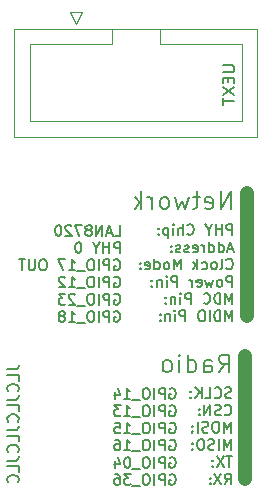
<source format=gbr>
%TF.GenerationSoftware,KiCad,Pcbnew,7.0.1-0*%
%TF.CreationDate,2023-08-23T15:06:01+02:00*%
%TF.ProjectId,ESP32SomfyPOE_rotated,45535033-3253-46f6-9d66-79504f455f72,rev?*%
%TF.SameCoordinates,Original*%
%TF.FileFunction,Legend,Bot*%
%TF.FilePolarity,Positive*%
%FSLAX46Y46*%
G04 Gerber Fmt 4.6, Leading zero omitted, Abs format (unit mm)*
G04 Created by KiCad (PCBNEW 7.0.1-0) date 2023-08-23 15:06:01*
%MOMM*%
%LPD*%
G01*
G04 APERTURE LIST*
%ADD10C,1.200000*%
%ADD11C,0.200000*%
%ADD12C,0.150000*%
%ADD13C,0.120000*%
G04 APERTURE END LIST*
D10*
X105791000Y-101854000D02*
X105791000Y-91503500D01*
X105918000Y-88042750D02*
X105918000Y-77692250D01*
D11*
X104544857Y-79032678D02*
X104544857Y-77532678D01*
X104544857Y-77532678D02*
X103687714Y-79032678D01*
X103687714Y-79032678D02*
X103687714Y-77532678D01*
X102401999Y-78961250D02*
X102544856Y-79032678D01*
X102544856Y-79032678D02*
X102830571Y-79032678D01*
X102830571Y-79032678D02*
X102973428Y-78961250D01*
X102973428Y-78961250D02*
X103044856Y-78818392D01*
X103044856Y-78818392D02*
X103044856Y-78246964D01*
X103044856Y-78246964D02*
X102973428Y-78104107D01*
X102973428Y-78104107D02*
X102830571Y-78032678D01*
X102830571Y-78032678D02*
X102544856Y-78032678D01*
X102544856Y-78032678D02*
X102401999Y-78104107D01*
X102401999Y-78104107D02*
X102330571Y-78246964D01*
X102330571Y-78246964D02*
X102330571Y-78389821D01*
X102330571Y-78389821D02*
X103044856Y-78532678D01*
X101901999Y-78032678D02*
X101330571Y-78032678D01*
X101687714Y-77532678D02*
X101687714Y-78818392D01*
X101687714Y-78818392D02*
X101616285Y-78961250D01*
X101616285Y-78961250D02*
X101473428Y-79032678D01*
X101473428Y-79032678D02*
X101330571Y-79032678D01*
X100973428Y-78032678D02*
X100687714Y-79032678D01*
X100687714Y-79032678D02*
X100401999Y-78318392D01*
X100401999Y-78318392D02*
X100116285Y-79032678D01*
X100116285Y-79032678D02*
X99830571Y-78032678D01*
X99044856Y-79032678D02*
X99187713Y-78961250D01*
X99187713Y-78961250D02*
X99259142Y-78889821D01*
X99259142Y-78889821D02*
X99330570Y-78746964D01*
X99330570Y-78746964D02*
X99330570Y-78318392D01*
X99330570Y-78318392D02*
X99259142Y-78175535D01*
X99259142Y-78175535D02*
X99187713Y-78104107D01*
X99187713Y-78104107D02*
X99044856Y-78032678D01*
X99044856Y-78032678D02*
X98830570Y-78032678D01*
X98830570Y-78032678D02*
X98687713Y-78104107D01*
X98687713Y-78104107D02*
X98616285Y-78175535D01*
X98616285Y-78175535D02*
X98544856Y-78318392D01*
X98544856Y-78318392D02*
X98544856Y-78746964D01*
X98544856Y-78746964D02*
X98616285Y-78889821D01*
X98616285Y-78889821D02*
X98687713Y-78961250D01*
X98687713Y-78961250D02*
X98830570Y-79032678D01*
X98830570Y-79032678D02*
X99044856Y-79032678D01*
X97901999Y-79032678D02*
X97901999Y-78032678D01*
X97901999Y-78318392D02*
X97830570Y-78175535D01*
X97830570Y-78175535D02*
X97759142Y-78104107D01*
X97759142Y-78104107D02*
X97616284Y-78032678D01*
X97616284Y-78032678D02*
X97473427Y-78032678D01*
X96973428Y-79032678D02*
X96973428Y-77532678D01*
X96830571Y-78461250D02*
X96401999Y-79032678D01*
X96401999Y-78032678D02*
X96973428Y-78604107D01*
X94734142Y-81277607D02*
X95162714Y-81277607D01*
X95162714Y-81277607D02*
X95162714Y-80377607D01*
X94477000Y-81020464D02*
X94048429Y-81020464D01*
X94562714Y-81277607D02*
X94262714Y-80377607D01*
X94262714Y-80377607D02*
X93962714Y-81277607D01*
X93662714Y-81277607D02*
X93662714Y-80377607D01*
X93662714Y-80377607D02*
X93148428Y-81277607D01*
X93148428Y-81277607D02*
X93148428Y-80377607D01*
X92591285Y-80763321D02*
X92677000Y-80720464D01*
X92677000Y-80720464D02*
X92719857Y-80677607D01*
X92719857Y-80677607D02*
X92762714Y-80591892D01*
X92762714Y-80591892D02*
X92762714Y-80549035D01*
X92762714Y-80549035D02*
X92719857Y-80463321D01*
X92719857Y-80463321D02*
X92677000Y-80420464D01*
X92677000Y-80420464D02*
X92591285Y-80377607D01*
X92591285Y-80377607D02*
X92419857Y-80377607D01*
X92419857Y-80377607D02*
X92334143Y-80420464D01*
X92334143Y-80420464D02*
X92291285Y-80463321D01*
X92291285Y-80463321D02*
X92248428Y-80549035D01*
X92248428Y-80549035D02*
X92248428Y-80591892D01*
X92248428Y-80591892D02*
X92291285Y-80677607D01*
X92291285Y-80677607D02*
X92334143Y-80720464D01*
X92334143Y-80720464D02*
X92419857Y-80763321D01*
X92419857Y-80763321D02*
X92591285Y-80763321D01*
X92591285Y-80763321D02*
X92677000Y-80806178D01*
X92677000Y-80806178D02*
X92719857Y-80849035D01*
X92719857Y-80849035D02*
X92762714Y-80934750D01*
X92762714Y-80934750D02*
X92762714Y-81106178D01*
X92762714Y-81106178D02*
X92719857Y-81191892D01*
X92719857Y-81191892D02*
X92677000Y-81234750D01*
X92677000Y-81234750D02*
X92591285Y-81277607D01*
X92591285Y-81277607D02*
X92419857Y-81277607D01*
X92419857Y-81277607D02*
X92334143Y-81234750D01*
X92334143Y-81234750D02*
X92291285Y-81191892D01*
X92291285Y-81191892D02*
X92248428Y-81106178D01*
X92248428Y-81106178D02*
X92248428Y-80934750D01*
X92248428Y-80934750D02*
X92291285Y-80849035D01*
X92291285Y-80849035D02*
X92334143Y-80806178D01*
X92334143Y-80806178D02*
X92419857Y-80763321D01*
X91948428Y-80377607D02*
X91348428Y-80377607D01*
X91348428Y-80377607D02*
X91734142Y-81277607D01*
X91048428Y-80463321D02*
X91005571Y-80420464D01*
X91005571Y-80420464D02*
X90919857Y-80377607D01*
X90919857Y-80377607D02*
X90705571Y-80377607D01*
X90705571Y-80377607D02*
X90619857Y-80420464D01*
X90619857Y-80420464D02*
X90576999Y-80463321D01*
X90576999Y-80463321D02*
X90534142Y-80549035D01*
X90534142Y-80549035D02*
X90534142Y-80634750D01*
X90534142Y-80634750D02*
X90576999Y-80763321D01*
X90576999Y-80763321D02*
X91091285Y-81277607D01*
X91091285Y-81277607D02*
X90534142Y-81277607D01*
X89976999Y-80377607D02*
X89891285Y-80377607D01*
X89891285Y-80377607D02*
X89805571Y-80420464D01*
X89805571Y-80420464D02*
X89762714Y-80463321D01*
X89762714Y-80463321D02*
X89719856Y-80549035D01*
X89719856Y-80549035D02*
X89676999Y-80720464D01*
X89676999Y-80720464D02*
X89676999Y-80934750D01*
X89676999Y-80934750D02*
X89719856Y-81106178D01*
X89719856Y-81106178D02*
X89762714Y-81191892D01*
X89762714Y-81191892D02*
X89805571Y-81234750D01*
X89805571Y-81234750D02*
X89891285Y-81277607D01*
X89891285Y-81277607D02*
X89976999Y-81277607D01*
X89976999Y-81277607D02*
X90062714Y-81234750D01*
X90062714Y-81234750D02*
X90105571Y-81191892D01*
X90105571Y-81191892D02*
X90148428Y-81106178D01*
X90148428Y-81106178D02*
X90191285Y-80934750D01*
X90191285Y-80934750D02*
X90191285Y-80720464D01*
X90191285Y-80720464D02*
X90148428Y-80549035D01*
X90148428Y-80549035D02*
X90105571Y-80463321D01*
X90105571Y-80463321D02*
X90062714Y-80420464D01*
X90062714Y-80420464D02*
X89976999Y-80377607D01*
X95162714Y-82735607D02*
X95162714Y-81835607D01*
X95162714Y-81835607D02*
X94819857Y-81835607D01*
X94819857Y-81835607D02*
X94734142Y-81878464D01*
X94734142Y-81878464D02*
X94691285Y-81921321D01*
X94691285Y-81921321D02*
X94648428Y-82007035D01*
X94648428Y-82007035D02*
X94648428Y-82135607D01*
X94648428Y-82135607D02*
X94691285Y-82221321D01*
X94691285Y-82221321D02*
X94734142Y-82264178D01*
X94734142Y-82264178D02*
X94819857Y-82307035D01*
X94819857Y-82307035D02*
X95162714Y-82307035D01*
X94262714Y-82735607D02*
X94262714Y-81835607D01*
X94262714Y-82264178D02*
X93748428Y-82264178D01*
X93748428Y-82735607D02*
X93748428Y-81835607D01*
X93148428Y-82307035D02*
X93148428Y-82735607D01*
X93448428Y-81835607D02*
X93148428Y-82307035D01*
X93148428Y-82307035D02*
X92848428Y-81835607D01*
X91691285Y-81835607D02*
X91605571Y-81835607D01*
X91605571Y-81835607D02*
X91519857Y-81878464D01*
X91519857Y-81878464D02*
X91477000Y-81921321D01*
X91477000Y-81921321D02*
X91434142Y-82007035D01*
X91434142Y-82007035D02*
X91391285Y-82178464D01*
X91391285Y-82178464D02*
X91391285Y-82392750D01*
X91391285Y-82392750D02*
X91434142Y-82564178D01*
X91434142Y-82564178D02*
X91477000Y-82649892D01*
X91477000Y-82649892D02*
X91519857Y-82692750D01*
X91519857Y-82692750D02*
X91605571Y-82735607D01*
X91605571Y-82735607D02*
X91691285Y-82735607D01*
X91691285Y-82735607D02*
X91777000Y-82692750D01*
X91777000Y-82692750D02*
X91819857Y-82649892D01*
X91819857Y-82649892D02*
X91862714Y-82564178D01*
X91862714Y-82564178D02*
X91905571Y-82392750D01*
X91905571Y-82392750D02*
X91905571Y-82178464D01*
X91905571Y-82178464D02*
X91862714Y-82007035D01*
X91862714Y-82007035D02*
X91819857Y-81921321D01*
X91819857Y-81921321D02*
X91777000Y-81878464D01*
X91777000Y-81878464D02*
X91691285Y-81835607D01*
X94691285Y-83336464D02*
X94777000Y-83293607D01*
X94777000Y-83293607D02*
X94905571Y-83293607D01*
X94905571Y-83293607D02*
X95034142Y-83336464D01*
X95034142Y-83336464D02*
X95119857Y-83422178D01*
X95119857Y-83422178D02*
X95162714Y-83507892D01*
X95162714Y-83507892D02*
X95205571Y-83679321D01*
X95205571Y-83679321D02*
X95205571Y-83807892D01*
X95205571Y-83807892D02*
X95162714Y-83979321D01*
X95162714Y-83979321D02*
X95119857Y-84065035D01*
X95119857Y-84065035D02*
X95034142Y-84150750D01*
X95034142Y-84150750D02*
X94905571Y-84193607D01*
X94905571Y-84193607D02*
X94819857Y-84193607D01*
X94819857Y-84193607D02*
X94691285Y-84150750D01*
X94691285Y-84150750D02*
X94648428Y-84107892D01*
X94648428Y-84107892D02*
X94648428Y-83807892D01*
X94648428Y-83807892D02*
X94819857Y-83807892D01*
X94262714Y-84193607D02*
X94262714Y-83293607D01*
X94262714Y-83293607D02*
X93919857Y-83293607D01*
X93919857Y-83293607D02*
X93834142Y-83336464D01*
X93834142Y-83336464D02*
X93791285Y-83379321D01*
X93791285Y-83379321D02*
X93748428Y-83465035D01*
X93748428Y-83465035D02*
X93748428Y-83593607D01*
X93748428Y-83593607D02*
X93791285Y-83679321D01*
X93791285Y-83679321D02*
X93834142Y-83722178D01*
X93834142Y-83722178D02*
X93919857Y-83765035D01*
X93919857Y-83765035D02*
X94262714Y-83765035D01*
X93362714Y-84193607D02*
X93362714Y-83293607D01*
X92762714Y-83293607D02*
X92591286Y-83293607D01*
X92591286Y-83293607D02*
X92505571Y-83336464D01*
X92505571Y-83336464D02*
X92419857Y-83422178D01*
X92419857Y-83422178D02*
X92377000Y-83593607D01*
X92377000Y-83593607D02*
X92377000Y-83893607D01*
X92377000Y-83893607D02*
X92419857Y-84065035D01*
X92419857Y-84065035D02*
X92505571Y-84150750D01*
X92505571Y-84150750D02*
X92591286Y-84193607D01*
X92591286Y-84193607D02*
X92762714Y-84193607D01*
X92762714Y-84193607D02*
X92848429Y-84150750D01*
X92848429Y-84150750D02*
X92934143Y-84065035D01*
X92934143Y-84065035D02*
X92977000Y-83893607D01*
X92977000Y-83893607D02*
X92977000Y-83593607D01*
X92977000Y-83593607D02*
X92934143Y-83422178D01*
X92934143Y-83422178D02*
X92848429Y-83336464D01*
X92848429Y-83336464D02*
X92762714Y-83293607D01*
X92205572Y-84279321D02*
X91519857Y-84279321D01*
X90834143Y-84193607D02*
X91348429Y-84193607D01*
X91091286Y-84193607D02*
X91091286Y-83293607D01*
X91091286Y-83293607D02*
X91177000Y-83422178D01*
X91177000Y-83422178D02*
X91262715Y-83507892D01*
X91262715Y-83507892D02*
X91348429Y-83550750D01*
X90534143Y-83293607D02*
X89934143Y-83293607D01*
X89934143Y-83293607D02*
X90319857Y-84193607D01*
X88734143Y-83293607D02*
X88562715Y-83293607D01*
X88562715Y-83293607D02*
X88477000Y-83336464D01*
X88477000Y-83336464D02*
X88391286Y-83422178D01*
X88391286Y-83422178D02*
X88348429Y-83593607D01*
X88348429Y-83593607D02*
X88348429Y-83893607D01*
X88348429Y-83893607D02*
X88391286Y-84065035D01*
X88391286Y-84065035D02*
X88477000Y-84150750D01*
X88477000Y-84150750D02*
X88562715Y-84193607D01*
X88562715Y-84193607D02*
X88734143Y-84193607D01*
X88734143Y-84193607D02*
X88819858Y-84150750D01*
X88819858Y-84150750D02*
X88905572Y-84065035D01*
X88905572Y-84065035D02*
X88948429Y-83893607D01*
X88948429Y-83893607D02*
X88948429Y-83593607D01*
X88948429Y-83593607D02*
X88905572Y-83422178D01*
X88905572Y-83422178D02*
X88819858Y-83336464D01*
X88819858Y-83336464D02*
X88734143Y-83293607D01*
X87962715Y-83293607D02*
X87962715Y-84022178D01*
X87962715Y-84022178D02*
X87919858Y-84107892D01*
X87919858Y-84107892D02*
X87877001Y-84150750D01*
X87877001Y-84150750D02*
X87791286Y-84193607D01*
X87791286Y-84193607D02*
X87619858Y-84193607D01*
X87619858Y-84193607D02*
X87534143Y-84150750D01*
X87534143Y-84150750D02*
X87491286Y-84107892D01*
X87491286Y-84107892D02*
X87448429Y-84022178D01*
X87448429Y-84022178D02*
X87448429Y-83293607D01*
X87148429Y-83293607D02*
X86634144Y-83293607D01*
X86891286Y-84193607D02*
X86891286Y-83293607D01*
X94691285Y-84794464D02*
X94777000Y-84751607D01*
X94777000Y-84751607D02*
X94905571Y-84751607D01*
X94905571Y-84751607D02*
X95034142Y-84794464D01*
X95034142Y-84794464D02*
X95119857Y-84880178D01*
X95119857Y-84880178D02*
X95162714Y-84965892D01*
X95162714Y-84965892D02*
X95205571Y-85137321D01*
X95205571Y-85137321D02*
X95205571Y-85265892D01*
X95205571Y-85265892D02*
X95162714Y-85437321D01*
X95162714Y-85437321D02*
X95119857Y-85523035D01*
X95119857Y-85523035D02*
X95034142Y-85608750D01*
X95034142Y-85608750D02*
X94905571Y-85651607D01*
X94905571Y-85651607D02*
X94819857Y-85651607D01*
X94819857Y-85651607D02*
X94691285Y-85608750D01*
X94691285Y-85608750D02*
X94648428Y-85565892D01*
X94648428Y-85565892D02*
X94648428Y-85265892D01*
X94648428Y-85265892D02*
X94819857Y-85265892D01*
X94262714Y-85651607D02*
X94262714Y-84751607D01*
X94262714Y-84751607D02*
X93919857Y-84751607D01*
X93919857Y-84751607D02*
X93834142Y-84794464D01*
X93834142Y-84794464D02*
X93791285Y-84837321D01*
X93791285Y-84837321D02*
X93748428Y-84923035D01*
X93748428Y-84923035D02*
X93748428Y-85051607D01*
X93748428Y-85051607D02*
X93791285Y-85137321D01*
X93791285Y-85137321D02*
X93834142Y-85180178D01*
X93834142Y-85180178D02*
X93919857Y-85223035D01*
X93919857Y-85223035D02*
X94262714Y-85223035D01*
X93362714Y-85651607D02*
X93362714Y-84751607D01*
X92762714Y-84751607D02*
X92591286Y-84751607D01*
X92591286Y-84751607D02*
X92505571Y-84794464D01*
X92505571Y-84794464D02*
X92419857Y-84880178D01*
X92419857Y-84880178D02*
X92377000Y-85051607D01*
X92377000Y-85051607D02*
X92377000Y-85351607D01*
X92377000Y-85351607D02*
X92419857Y-85523035D01*
X92419857Y-85523035D02*
X92505571Y-85608750D01*
X92505571Y-85608750D02*
X92591286Y-85651607D01*
X92591286Y-85651607D02*
X92762714Y-85651607D01*
X92762714Y-85651607D02*
X92848429Y-85608750D01*
X92848429Y-85608750D02*
X92934143Y-85523035D01*
X92934143Y-85523035D02*
X92977000Y-85351607D01*
X92977000Y-85351607D02*
X92977000Y-85051607D01*
X92977000Y-85051607D02*
X92934143Y-84880178D01*
X92934143Y-84880178D02*
X92848429Y-84794464D01*
X92848429Y-84794464D02*
X92762714Y-84751607D01*
X92205572Y-85737321D02*
X91519857Y-85737321D01*
X90834143Y-85651607D02*
X91348429Y-85651607D01*
X91091286Y-85651607D02*
X91091286Y-84751607D01*
X91091286Y-84751607D02*
X91177000Y-84880178D01*
X91177000Y-84880178D02*
X91262715Y-84965892D01*
X91262715Y-84965892D02*
X91348429Y-85008750D01*
X90491286Y-84837321D02*
X90448429Y-84794464D01*
X90448429Y-84794464D02*
X90362715Y-84751607D01*
X90362715Y-84751607D02*
X90148429Y-84751607D01*
X90148429Y-84751607D02*
X90062715Y-84794464D01*
X90062715Y-84794464D02*
X90019857Y-84837321D01*
X90019857Y-84837321D02*
X89977000Y-84923035D01*
X89977000Y-84923035D02*
X89977000Y-85008750D01*
X89977000Y-85008750D02*
X90019857Y-85137321D01*
X90019857Y-85137321D02*
X90534143Y-85651607D01*
X90534143Y-85651607D02*
X89977000Y-85651607D01*
X94691285Y-86252464D02*
X94777000Y-86209607D01*
X94777000Y-86209607D02*
X94905571Y-86209607D01*
X94905571Y-86209607D02*
X95034142Y-86252464D01*
X95034142Y-86252464D02*
X95119857Y-86338178D01*
X95119857Y-86338178D02*
X95162714Y-86423892D01*
X95162714Y-86423892D02*
X95205571Y-86595321D01*
X95205571Y-86595321D02*
X95205571Y-86723892D01*
X95205571Y-86723892D02*
X95162714Y-86895321D01*
X95162714Y-86895321D02*
X95119857Y-86981035D01*
X95119857Y-86981035D02*
X95034142Y-87066750D01*
X95034142Y-87066750D02*
X94905571Y-87109607D01*
X94905571Y-87109607D02*
X94819857Y-87109607D01*
X94819857Y-87109607D02*
X94691285Y-87066750D01*
X94691285Y-87066750D02*
X94648428Y-87023892D01*
X94648428Y-87023892D02*
X94648428Y-86723892D01*
X94648428Y-86723892D02*
X94819857Y-86723892D01*
X94262714Y-87109607D02*
X94262714Y-86209607D01*
X94262714Y-86209607D02*
X93919857Y-86209607D01*
X93919857Y-86209607D02*
X93834142Y-86252464D01*
X93834142Y-86252464D02*
X93791285Y-86295321D01*
X93791285Y-86295321D02*
X93748428Y-86381035D01*
X93748428Y-86381035D02*
X93748428Y-86509607D01*
X93748428Y-86509607D02*
X93791285Y-86595321D01*
X93791285Y-86595321D02*
X93834142Y-86638178D01*
X93834142Y-86638178D02*
X93919857Y-86681035D01*
X93919857Y-86681035D02*
X94262714Y-86681035D01*
X93362714Y-87109607D02*
X93362714Y-86209607D01*
X92762714Y-86209607D02*
X92591286Y-86209607D01*
X92591286Y-86209607D02*
X92505571Y-86252464D01*
X92505571Y-86252464D02*
X92419857Y-86338178D01*
X92419857Y-86338178D02*
X92377000Y-86509607D01*
X92377000Y-86509607D02*
X92377000Y-86809607D01*
X92377000Y-86809607D02*
X92419857Y-86981035D01*
X92419857Y-86981035D02*
X92505571Y-87066750D01*
X92505571Y-87066750D02*
X92591286Y-87109607D01*
X92591286Y-87109607D02*
X92762714Y-87109607D01*
X92762714Y-87109607D02*
X92848429Y-87066750D01*
X92848429Y-87066750D02*
X92934143Y-86981035D01*
X92934143Y-86981035D02*
X92977000Y-86809607D01*
X92977000Y-86809607D02*
X92977000Y-86509607D01*
X92977000Y-86509607D02*
X92934143Y-86338178D01*
X92934143Y-86338178D02*
X92848429Y-86252464D01*
X92848429Y-86252464D02*
X92762714Y-86209607D01*
X92205572Y-87195321D02*
X91519857Y-87195321D01*
X91348429Y-86295321D02*
X91305572Y-86252464D01*
X91305572Y-86252464D02*
X91219858Y-86209607D01*
X91219858Y-86209607D02*
X91005572Y-86209607D01*
X91005572Y-86209607D02*
X90919858Y-86252464D01*
X90919858Y-86252464D02*
X90877000Y-86295321D01*
X90877000Y-86295321D02*
X90834143Y-86381035D01*
X90834143Y-86381035D02*
X90834143Y-86466750D01*
X90834143Y-86466750D02*
X90877000Y-86595321D01*
X90877000Y-86595321D02*
X91391286Y-87109607D01*
X91391286Y-87109607D02*
X90834143Y-87109607D01*
X90534143Y-86209607D02*
X89977000Y-86209607D01*
X89977000Y-86209607D02*
X90277000Y-86552464D01*
X90277000Y-86552464D02*
X90148429Y-86552464D01*
X90148429Y-86552464D02*
X90062715Y-86595321D01*
X90062715Y-86595321D02*
X90019857Y-86638178D01*
X90019857Y-86638178D02*
X89977000Y-86723892D01*
X89977000Y-86723892D02*
X89977000Y-86938178D01*
X89977000Y-86938178D02*
X90019857Y-87023892D01*
X90019857Y-87023892D02*
X90062715Y-87066750D01*
X90062715Y-87066750D02*
X90148429Y-87109607D01*
X90148429Y-87109607D02*
X90405572Y-87109607D01*
X90405572Y-87109607D02*
X90491286Y-87066750D01*
X90491286Y-87066750D02*
X90534143Y-87023892D01*
X94691285Y-87710464D02*
X94777000Y-87667607D01*
X94777000Y-87667607D02*
X94905571Y-87667607D01*
X94905571Y-87667607D02*
X95034142Y-87710464D01*
X95034142Y-87710464D02*
X95119857Y-87796178D01*
X95119857Y-87796178D02*
X95162714Y-87881892D01*
X95162714Y-87881892D02*
X95205571Y-88053321D01*
X95205571Y-88053321D02*
X95205571Y-88181892D01*
X95205571Y-88181892D02*
X95162714Y-88353321D01*
X95162714Y-88353321D02*
X95119857Y-88439035D01*
X95119857Y-88439035D02*
X95034142Y-88524750D01*
X95034142Y-88524750D02*
X94905571Y-88567607D01*
X94905571Y-88567607D02*
X94819857Y-88567607D01*
X94819857Y-88567607D02*
X94691285Y-88524750D01*
X94691285Y-88524750D02*
X94648428Y-88481892D01*
X94648428Y-88481892D02*
X94648428Y-88181892D01*
X94648428Y-88181892D02*
X94819857Y-88181892D01*
X94262714Y-88567607D02*
X94262714Y-87667607D01*
X94262714Y-87667607D02*
X93919857Y-87667607D01*
X93919857Y-87667607D02*
X93834142Y-87710464D01*
X93834142Y-87710464D02*
X93791285Y-87753321D01*
X93791285Y-87753321D02*
X93748428Y-87839035D01*
X93748428Y-87839035D02*
X93748428Y-87967607D01*
X93748428Y-87967607D02*
X93791285Y-88053321D01*
X93791285Y-88053321D02*
X93834142Y-88096178D01*
X93834142Y-88096178D02*
X93919857Y-88139035D01*
X93919857Y-88139035D02*
X94262714Y-88139035D01*
X93362714Y-88567607D02*
X93362714Y-87667607D01*
X92762714Y-87667607D02*
X92591286Y-87667607D01*
X92591286Y-87667607D02*
X92505571Y-87710464D01*
X92505571Y-87710464D02*
X92419857Y-87796178D01*
X92419857Y-87796178D02*
X92377000Y-87967607D01*
X92377000Y-87967607D02*
X92377000Y-88267607D01*
X92377000Y-88267607D02*
X92419857Y-88439035D01*
X92419857Y-88439035D02*
X92505571Y-88524750D01*
X92505571Y-88524750D02*
X92591286Y-88567607D01*
X92591286Y-88567607D02*
X92762714Y-88567607D01*
X92762714Y-88567607D02*
X92848429Y-88524750D01*
X92848429Y-88524750D02*
X92934143Y-88439035D01*
X92934143Y-88439035D02*
X92977000Y-88267607D01*
X92977000Y-88267607D02*
X92977000Y-87967607D01*
X92977000Y-87967607D02*
X92934143Y-87796178D01*
X92934143Y-87796178D02*
X92848429Y-87710464D01*
X92848429Y-87710464D02*
X92762714Y-87667607D01*
X92205572Y-88653321D02*
X91519857Y-88653321D01*
X90834143Y-88567607D02*
X91348429Y-88567607D01*
X91091286Y-88567607D02*
X91091286Y-87667607D01*
X91091286Y-87667607D02*
X91177000Y-87796178D01*
X91177000Y-87796178D02*
X91262715Y-87881892D01*
X91262715Y-87881892D02*
X91348429Y-87924750D01*
X90319857Y-88053321D02*
X90405572Y-88010464D01*
X90405572Y-88010464D02*
X90448429Y-87967607D01*
X90448429Y-87967607D02*
X90491286Y-87881892D01*
X90491286Y-87881892D02*
X90491286Y-87839035D01*
X90491286Y-87839035D02*
X90448429Y-87753321D01*
X90448429Y-87753321D02*
X90405572Y-87710464D01*
X90405572Y-87710464D02*
X90319857Y-87667607D01*
X90319857Y-87667607D02*
X90148429Y-87667607D01*
X90148429Y-87667607D02*
X90062715Y-87710464D01*
X90062715Y-87710464D02*
X90019857Y-87753321D01*
X90019857Y-87753321D02*
X89977000Y-87839035D01*
X89977000Y-87839035D02*
X89977000Y-87881892D01*
X89977000Y-87881892D02*
X90019857Y-87967607D01*
X90019857Y-87967607D02*
X90062715Y-88010464D01*
X90062715Y-88010464D02*
X90148429Y-88053321D01*
X90148429Y-88053321D02*
X90319857Y-88053321D01*
X90319857Y-88053321D02*
X90405572Y-88096178D01*
X90405572Y-88096178D02*
X90448429Y-88139035D01*
X90448429Y-88139035D02*
X90491286Y-88224750D01*
X90491286Y-88224750D02*
X90491286Y-88396178D01*
X90491286Y-88396178D02*
X90448429Y-88481892D01*
X90448429Y-88481892D02*
X90405572Y-88524750D01*
X90405572Y-88524750D02*
X90319857Y-88567607D01*
X90319857Y-88567607D02*
X90148429Y-88567607D01*
X90148429Y-88567607D02*
X90062715Y-88524750D01*
X90062715Y-88524750D02*
X90019857Y-88481892D01*
X90019857Y-88481892D02*
X89977000Y-88396178D01*
X89977000Y-88396178D02*
X89977000Y-88224750D01*
X89977000Y-88224750D02*
X90019857Y-88139035D01*
X90019857Y-88139035D02*
X90062715Y-88096178D01*
X90062715Y-88096178D02*
X90148429Y-88053321D01*
X103560714Y-92843928D02*
X104060714Y-92129642D01*
X104417857Y-92843928D02*
X104417857Y-91343928D01*
X104417857Y-91343928D02*
X103846428Y-91343928D01*
X103846428Y-91343928D02*
X103703571Y-91415357D01*
X103703571Y-91415357D02*
X103632142Y-91486785D01*
X103632142Y-91486785D02*
X103560714Y-91629642D01*
X103560714Y-91629642D02*
X103560714Y-91843928D01*
X103560714Y-91843928D02*
X103632142Y-91986785D01*
X103632142Y-91986785D02*
X103703571Y-92058214D01*
X103703571Y-92058214D02*
X103846428Y-92129642D01*
X103846428Y-92129642D02*
X104417857Y-92129642D01*
X102275000Y-92843928D02*
X102275000Y-92058214D01*
X102275000Y-92058214D02*
X102346428Y-91915357D01*
X102346428Y-91915357D02*
X102489285Y-91843928D01*
X102489285Y-91843928D02*
X102775000Y-91843928D01*
X102775000Y-91843928D02*
X102917857Y-91915357D01*
X102275000Y-92772500D02*
X102417857Y-92843928D01*
X102417857Y-92843928D02*
X102775000Y-92843928D01*
X102775000Y-92843928D02*
X102917857Y-92772500D01*
X102917857Y-92772500D02*
X102989285Y-92629642D01*
X102989285Y-92629642D02*
X102989285Y-92486785D01*
X102989285Y-92486785D02*
X102917857Y-92343928D01*
X102917857Y-92343928D02*
X102775000Y-92272500D01*
X102775000Y-92272500D02*
X102417857Y-92272500D01*
X102417857Y-92272500D02*
X102275000Y-92201071D01*
X100917857Y-92843928D02*
X100917857Y-91343928D01*
X100917857Y-92772500D02*
X101060714Y-92843928D01*
X101060714Y-92843928D02*
X101346428Y-92843928D01*
X101346428Y-92843928D02*
X101489285Y-92772500D01*
X101489285Y-92772500D02*
X101560714Y-92701071D01*
X101560714Y-92701071D02*
X101632142Y-92558214D01*
X101632142Y-92558214D02*
X101632142Y-92129642D01*
X101632142Y-92129642D02*
X101560714Y-91986785D01*
X101560714Y-91986785D02*
X101489285Y-91915357D01*
X101489285Y-91915357D02*
X101346428Y-91843928D01*
X101346428Y-91843928D02*
X101060714Y-91843928D01*
X101060714Y-91843928D02*
X100917857Y-91915357D01*
X100203571Y-92843928D02*
X100203571Y-91843928D01*
X100203571Y-91343928D02*
X100274999Y-91415357D01*
X100274999Y-91415357D02*
X100203571Y-91486785D01*
X100203571Y-91486785D02*
X100132142Y-91415357D01*
X100132142Y-91415357D02*
X100203571Y-91343928D01*
X100203571Y-91343928D02*
X100203571Y-91486785D01*
X99274999Y-92843928D02*
X99417856Y-92772500D01*
X99417856Y-92772500D02*
X99489285Y-92701071D01*
X99489285Y-92701071D02*
X99560713Y-92558214D01*
X99560713Y-92558214D02*
X99560713Y-92129642D01*
X99560713Y-92129642D02*
X99489285Y-91986785D01*
X99489285Y-91986785D02*
X99417856Y-91915357D01*
X99417856Y-91915357D02*
X99274999Y-91843928D01*
X99274999Y-91843928D02*
X99060713Y-91843928D01*
X99060713Y-91843928D02*
X98917856Y-91915357D01*
X98917856Y-91915357D02*
X98846428Y-91986785D01*
X98846428Y-91986785D02*
X98774999Y-92129642D01*
X98774999Y-92129642D02*
X98774999Y-92558214D01*
X98774999Y-92558214D02*
X98846428Y-92701071D01*
X98846428Y-92701071D02*
X98917856Y-92772500D01*
X98917856Y-92772500D02*
X99060713Y-92843928D01*
X99060713Y-92843928D02*
X99274999Y-92843928D01*
X99390285Y-94231714D02*
X99476000Y-94188857D01*
X99476000Y-94188857D02*
X99604571Y-94188857D01*
X99604571Y-94188857D02*
X99733142Y-94231714D01*
X99733142Y-94231714D02*
X99818857Y-94317428D01*
X99818857Y-94317428D02*
X99861714Y-94403142D01*
X99861714Y-94403142D02*
X99904571Y-94574571D01*
X99904571Y-94574571D02*
X99904571Y-94703142D01*
X99904571Y-94703142D02*
X99861714Y-94874571D01*
X99861714Y-94874571D02*
X99818857Y-94960285D01*
X99818857Y-94960285D02*
X99733142Y-95046000D01*
X99733142Y-95046000D02*
X99604571Y-95088857D01*
X99604571Y-95088857D02*
X99518857Y-95088857D01*
X99518857Y-95088857D02*
X99390285Y-95046000D01*
X99390285Y-95046000D02*
X99347428Y-95003142D01*
X99347428Y-95003142D02*
X99347428Y-94703142D01*
X99347428Y-94703142D02*
X99518857Y-94703142D01*
X98961714Y-95088857D02*
X98961714Y-94188857D01*
X98961714Y-94188857D02*
X98618857Y-94188857D01*
X98618857Y-94188857D02*
X98533142Y-94231714D01*
X98533142Y-94231714D02*
X98490285Y-94274571D01*
X98490285Y-94274571D02*
X98447428Y-94360285D01*
X98447428Y-94360285D02*
X98447428Y-94488857D01*
X98447428Y-94488857D02*
X98490285Y-94574571D01*
X98490285Y-94574571D02*
X98533142Y-94617428D01*
X98533142Y-94617428D02*
X98618857Y-94660285D01*
X98618857Y-94660285D02*
X98961714Y-94660285D01*
X98061714Y-95088857D02*
X98061714Y-94188857D01*
X97461714Y-94188857D02*
X97290286Y-94188857D01*
X97290286Y-94188857D02*
X97204571Y-94231714D01*
X97204571Y-94231714D02*
X97118857Y-94317428D01*
X97118857Y-94317428D02*
X97076000Y-94488857D01*
X97076000Y-94488857D02*
X97076000Y-94788857D01*
X97076000Y-94788857D02*
X97118857Y-94960285D01*
X97118857Y-94960285D02*
X97204571Y-95046000D01*
X97204571Y-95046000D02*
X97290286Y-95088857D01*
X97290286Y-95088857D02*
X97461714Y-95088857D01*
X97461714Y-95088857D02*
X97547429Y-95046000D01*
X97547429Y-95046000D02*
X97633143Y-94960285D01*
X97633143Y-94960285D02*
X97676000Y-94788857D01*
X97676000Y-94788857D02*
X97676000Y-94488857D01*
X97676000Y-94488857D02*
X97633143Y-94317428D01*
X97633143Y-94317428D02*
X97547429Y-94231714D01*
X97547429Y-94231714D02*
X97461714Y-94188857D01*
X96904572Y-95174571D02*
X96218857Y-95174571D01*
X95533143Y-95088857D02*
X96047429Y-95088857D01*
X95790286Y-95088857D02*
X95790286Y-94188857D01*
X95790286Y-94188857D02*
X95876000Y-94317428D01*
X95876000Y-94317428D02*
X95961715Y-94403142D01*
X95961715Y-94403142D02*
X96047429Y-94446000D01*
X94761715Y-94488857D02*
X94761715Y-95088857D01*
X94976000Y-94146000D02*
X95190286Y-94788857D01*
X95190286Y-94788857D02*
X94633143Y-94788857D01*
X99390285Y-95689714D02*
X99476000Y-95646857D01*
X99476000Y-95646857D02*
X99604571Y-95646857D01*
X99604571Y-95646857D02*
X99733142Y-95689714D01*
X99733142Y-95689714D02*
X99818857Y-95775428D01*
X99818857Y-95775428D02*
X99861714Y-95861142D01*
X99861714Y-95861142D02*
X99904571Y-96032571D01*
X99904571Y-96032571D02*
X99904571Y-96161142D01*
X99904571Y-96161142D02*
X99861714Y-96332571D01*
X99861714Y-96332571D02*
X99818857Y-96418285D01*
X99818857Y-96418285D02*
X99733142Y-96504000D01*
X99733142Y-96504000D02*
X99604571Y-96546857D01*
X99604571Y-96546857D02*
X99518857Y-96546857D01*
X99518857Y-96546857D02*
X99390285Y-96504000D01*
X99390285Y-96504000D02*
X99347428Y-96461142D01*
X99347428Y-96461142D02*
X99347428Y-96161142D01*
X99347428Y-96161142D02*
X99518857Y-96161142D01*
X98961714Y-96546857D02*
X98961714Y-95646857D01*
X98961714Y-95646857D02*
X98618857Y-95646857D01*
X98618857Y-95646857D02*
X98533142Y-95689714D01*
X98533142Y-95689714D02*
X98490285Y-95732571D01*
X98490285Y-95732571D02*
X98447428Y-95818285D01*
X98447428Y-95818285D02*
X98447428Y-95946857D01*
X98447428Y-95946857D02*
X98490285Y-96032571D01*
X98490285Y-96032571D02*
X98533142Y-96075428D01*
X98533142Y-96075428D02*
X98618857Y-96118285D01*
X98618857Y-96118285D02*
X98961714Y-96118285D01*
X98061714Y-96546857D02*
X98061714Y-95646857D01*
X97461714Y-95646857D02*
X97290286Y-95646857D01*
X97290286Y-95646857D02*
X97204571Y-95689714D01*
X97204571Y-95689714D02*
X97118857Y-95775428D01*
X97118857Y-95775428D02*
X97076000Y-95946857D01*
X97076000Y-95946857D02*
X97076000Y-96246857D01*
X97076000Y-96246857D02*
X97118857Y-96418285D01*
X97118857Y-96418285D02*
X97204571Y-96504000D01*
X97204571Y-96504000D02*
X97290286Y-96546857D01*
X97290286Y-96546857D02*
X97461714Y-96546857D01*
X97461714Y-96546857D02*
X97547429Y-96504000D01*
X97547429Y-96504000D02*
X97633143Y-96418285D01*
X97633143Y-96418285D02*
X97676000Y-96246857D01*
X97676000Y-96246857D02*
X97676000Y-95946857D01*
X97676000Y-95946857D02*
X97633143Y-95775428D01*
X97633143Y-95775428D02*
X97547429Y-95689714D01*
X97547429Y-95689714D02*
X97461714Y-95646857D01*
X96904572Y-96632571D02*
X96218857Y-96632571D01*
X95533143Y-96546857D02*
X96047429Y-96546857D01*
X95790286Y-96546857D02*
X95790286Y-95646857D01*
X95790286Y-95646857D02*
X95876000Y-95775428D01*
X95876000Y-95775428D02*
X95961715Y-95861142D01*
X95961715Y-95861142D02*
X96047429Y-95904000D01*
X95233143Y-95646857D02*
X94676000Y-95646857D01*
X94676000Y-95646857D02*
X94976000Y-95989714D01*
X94976000Y-95989714D02*
X94847429Y-95989714D01*
X94847429Y-95989714D02*
X94761715Y-96032571D01*
X94761715Y-96032571D02*
X94718857Y-96075428D01*
X94718857Y-96075428D02*
X94676000Y-96161142D01*
X94676000Y-96161142D02*
X94676000Y-96375428D01*
X94676000Y-96375428D02*
X94718857Y-96461142D01*
X94718857Y-96461142D02*
X94761715Y-96504000D01*
X94761715Y-96504000D02*
X94847429Y-96546857D01*
X94847429Y-96546857D02*
X95104572Y-96546857D01*
X95104572Y-96546857D02*
X95190286Y-96504000D01*
X95190286Y-96504000D02*
X95233143Y-96461142D01*
X99390285Y-97147714D02*
X99476000Y-97104857D01*
X99476000Y-97104857D02*
X99604571Y-97104857D01*
X99604571Y-97104857D02*
X99733142Y-97147714D01*
X99733142Y-97147714D02*
X99818857Y-97233428D01*
X99818857Y-97233428D02*
X99861714Y-97319142D01*
X99861714Y-97319142D02*
X99904571Y-97490571D01*
X99904571Y-97490571D02*
X99904571Y-97619142D01*
X99904571Y-97619142D02*
X99861714Y-97790571D01*
X99861714Y-97790571D02*
X99818857Y-97876285D01*
X99818857Y-97876285D02*
X99733142Y-97962000D01*
X99733142Y-97962000D02*
X99604571Y-98004857D01*
X99604571Y-98004857D02*
X99518857Y-98004857D01*
X99518857Y-98004857D02*
X99390285Y-97962000D01*
X99390285Y-97962000D02*
X99347428Y-97919142D01*
X99347428Y-97919142D02*
X99347428Y-97619142D01*
X99347428Y-97619142D02*
X99518857Y-97619142D01*
X98961714Y-98004857D02*
X98961714Y-97104857D01*
X98961714Y-97104857D02*
X98618857Y-97104857D01*
X98618857Y-97104857D02*
X98533142Y-97147714D01*
X98533142Y-97147714D02*
X98490285Y-97190571D01*
X98490285Y-97190571D02*
X98447428Y-97276285D01*
X98447428Y-97276285D02*
X98447428Y-97404857D01*
X98447428Y-97404857D02*
X98490285Y-97490571D01*
X98490285Y-97490571D02*
X98533142Y-97533428D01*
X98533142Y-97533428D02*
X98618857Y-97576285D01*
X98618857Y-97576285D02*
X98961714Y-97576285D01*
X98061714Y-98004857D02*
X98061714Y-97104857D01*
X97461714Y-97104857D02*
X97290286Y-97104857D01*
X97290286Y-97104857D02*
X97204571Y-97147714D01*
X97204571Y-97147714D02*
X97118857Y-97233428D01*
X97118857Y-97233428D02*
X97076000Y-97404857D01*
X97076000Y-97404857D02*
X97076000Y-97704857D01*
X97076000Y-97704857D02*
X97118857Y-97876285D01*
X97118857Y-97876285D02*
X97204571Y-97962000D01*
X97204571Y-97962000D02*
X97290286Y-98004857D01*
X97290286Y-98004857D02*
X97461714Y-98004857D01*
X97461714Y-98004857D02*
X97547429Y-97962000D01*
X97547429Y-97962000D02*
X97633143Y-97876285D01*
X97633143Y-97876285D02*
X97676000Y-97704857D01*
X97676000Y-97704857D02*
X97676000Y-97404857D01*
X97676000Y-97404857D02*
X97633143Y-97233428D01*
X97633143Y-97233428D02*
X97547429Y-97147714D01*
X97547429Y-97147714D02*
X97461714Y-97104857D01*
X96904572Y-98090571D02*
X96218857Y-98090571D01*
X95533143Y-98004857D02*
X96047429Y-98004857D01*
X95790286Y-98004857D02*
X95790286Y-97104857D01*
X95790286Y-97104857D02*
X95876000Y-97233428D01*
X95876000Y-97233428D02*
X95961715Y-97319142D01*
X95961715Y-97319142D02*
X96047429Y-97362000D01*
X94718857Y-97104857D02*
X95147429Y-97104857D01*
X95147429Y-97104857D02*
X95190286Y-97533428D01*
X95190286Y-97533428D02*
X95147429Y-97490571D01*
X95147429Y-97490571D02*
X95061715Y-97447714D01*
X95061715Y-97447714D02*
X94847429Y-97447714D01*
X94847429Y-97447714D02*
X94761715Y-97490571D01*
X94761715Y-97490571D02*
X94718857Y-97533428D01*
X94718857Y-97533428D02*
X94676000Y-97619142D01*
X94676000Y-97619142D02*
X94676000Y-97833428D01*
X94676000Y-97833428D02*
X94718857Y-97919142D01*
X94718857Y-97919142D02*
X94761715Y-97962000D01*
X94761715Y-97962000D02*
X94847429Y-98004857D01*
X94847429Y-98004857D02*
X95061715Y-98004857D01*
X95061715Y-98004857D02*
X95147429Y-97962000D01*
X95147429Y-97962000D02*
X95190286Y-97919142D01*
X99390285Y-98605714D02*
X99476000Y-98562857D01*
X99476000Y-98562857D02*
X99604571Y-98562857D01*
X99604571Y-98562857D02*
X99733142Y-98605714D01*
X99733142Y-98605714D02*
X99818857Y-98691428D01*
X99818857Y-98691428D02*
X99861714Y-98777142D01*
X99861714Y-98777142D02*
X99904571Y-98948571D01*
X99904571Y-98948571D02*
X99904571Y-99077142D01*
X99904571Y-99077142D02*
X99861714Y-99248571D01*
X99861714Y-99248571D02*
X99818857Y-99334285D01*
X99818857Y-99334285D02*
X99733142Y-99420000D01*
X99733142Y-99420000D02*
X99604571Y-99462857D01*
X99604571Y-99462857D02*
X99518857Y-99462857D01*
X99518857Y-99462857D02*
X99390285Y-99420000D01*
X99390285Y-99420000D02*
X99347428Y-99377142D01*
X99347428Y-99377142D02*
X99347428Y-99077142D01*
X99347428Y-99077142D02*
X99518857Y-99077142D01*
X98961714Y-99462857D02*
X98961714Y-98562857D01*
X98961714Y-98562857D02*
X98618857Y-98562857D01*
X98618857Y-98562857D02*
X98533142Y-98605714D01*
X98533142Y-98605714D02*
X98490285Y-98648571D01*
X98490285Y-98648571D02*
X98447428Y-98734285D01*
X98447428Y-98734285D02*
X98447428Y-98862857D01*
X98447428Y-98862857D02*
X98490285Y-98948571D01*
X98490285Y-98948571D02*
X98533142Y-98991428D01*
X98533142Y-98991428D02*
X98618857Y-99034285D01*
X98618857Y-99034285D02*
X98961714Y-99034285D01*
X98061714Y-99462857D02*
X98061714Y-98562857D01*
X97461714Y-98562857D02*
X97290286Y-98562857D01*
X97290286Y-98562857D02*
X97204571Y-98605714D01*
X97204571Y-98605714D02*
X97118857Y-98691428D01*
X97118857Y-98691428D02*
X97076000Y-98862857D01*
X97076000Y-98862857D02*
X97076000Y-99162857D01*
X97076000Y-99162857D02*
X97118857Y-99334285D01*
X97118857Y-99334285D02*
X97204571Y-99420000D01*
X97204571Y-99420000D02*
X97290286Y-99462857D01*
X97290286Y-99462857D02*
X97461714Y-99462857D01*
X97461714Y-99462857D02*
X97547429Y-99420000D01*
X97547429Y-99420000D02*
X97633143Y-99334285D01*
X97633143Y-99334285D02*
X97676000Y-99162857D01*
X97676000Y-99162857D02*
X97676000Y-98862857D01*
X97676000Y-98862857D02*
X97633143Y-98691428D01*
X97633143Y-98691428D02*
X97547429Y-98605714D01*
X97547429Y-98605714D02*
X97461714Y-98562857D01*
X96904572Y-99548571D02*
X96218857Y-99548571D01*
X95533143Y-99462857D02*
X96047429Y-99462857D01*
X95790286Y-99462857D02*
X95790286Y-98562857D01*
X95790286Y-98562857D02*
X95876000Y-98691428D01*
X95876000Y-98691428D02*
X95961715Y-98777142D01*
X95961715Y-98777142D02*
X96047429Y-98820000D01*
X94761715Y-98562857D02*
X94933143Y-98562857D01*
X94933143Y-98562857D02*
X95018857Y-98605714D01*
X95018857Y-98605714D02*
X95061715Y-98648571D01*
X95061715Y-98648571D02*
X95147429Y-98777142D01*
X95147429Y-98777142D02*
X95190286Y-98948571D01*
X95190286Y-98948571D02*
X95190286Y-99291428D01*
X95190286Y-99291428D02*
X95147429Y-99377142D01*
X95147429Y-99377142D02*
X95104572Y-99420000D01*
X95104572Y-99420000D02*
X95018857Y-99462857D01*
X95018857Y-99462857D02*
X94847429Y-99462857D01*
X94847429Y-99462857D02*
X94761715Y-99420000D01*
X94761715Y-99420000D02*
X94718857Y-99377142D01*
X94718857Y-99377142D02*
X94676000Y-99291428D01*
X94676000Y-99291428D02*
X94676000Y-99077142D01*
X94676000Y-99077142D02*
X94718857Y-98991428D01*
X94718857Y-98991428D02*
X94761715Y-98948571D01*
X94761715Y-98948571D02*
X94847429Y-98905714D01*
X94847429Y-98905714D02*
X95018857Y-98905714D01*
X95018857Y-98905714D02*
X95104572Y-98948571D01*
X95104572Y-98948571D02*
X95147429Y-98991428D01*
X95147429Y-98991428D02*
X95190286Y-99077142D01*
X99390285Y-100063714D02*
X99476000Y-100020857D01*
X99476000Y-100020857D02*
X99604571Y-100020857D01*
X99604571Y-100020857D02*
X99733142Y-100063714D01*
X99733142Y-100063714D02*
X99818857Y-100149428D01*
X99818857Y-100149428D02*
X99861714Y-100235142D01*
X99861714Y-100235142D02*
X99904571Y-100406571D01*
X99904571Y-100406571D02*
X99904571Y-100535142D01*
X99904571Y-100535142D02*
X99861714Y-100706571D01*
X99861714Y-100706571D02*
X99818857Y-100792285D01*
X99818857Y-100792285D02*
X99733142Y-100878000D01*
X99733142Y-100878000D02*
X99604571Y-100920857D01*
X99604571Y-100920857D02*
X99518857Y-100920857D01*
X99518857Y-100920857D02*
X99390285Y-100878000D01*
X99390285Y-100878000D02*
X99347428Y-100835142D01*
X99347428Y-100835142D02*
X99347428Y-100535142D01*
X99347428Y-100535142D02*
X99518857Y-100535142D01*
X98961714Y-100920857D02*
X98961714Y-100020857D01*
X98961714Y-100020857D02*
X98618857Y-100020857D01*
X98618857Y-100020857D02*
X98533142Y-100063714D01*
X98533142Y-100063714D02*
X98490285Y-100106571D01*
X98490285Y-100106571D02*
X98447428Y-100192285D01*
X98447428Y-100192285D02*
X98447428Y-100320857D01*
X98447428Y-100320857D02*
X98490285Y-100406571D01*
X98490285Y-100406571D02*
X98533142Y-100449428D01*
X98533142Y-100449428D02*
X98618857Y-100492285D01*
X98618857Y-100492285D02*
X98961714Y-100492285D01*
X98061714Y-100920857D02*
X98061714Y-100020857D01*
X97461714Y-100020857D02*
X97290286Y-100020857D01*
X97290286Y-100020857D02*
X97204571Y-100063714D01*
X97204571Y-100063714D02*
X97118857Y-100149428D01*
X97118857Y-100149428D02*
X97076000Y-100320857D01*
X97076000Y-100320857D02*
X97076000Y-100620857D01*
X97076000Y-100620857D02*
X97118857Y-100792285D01*
X97118857Y-100792285D02*
X97204571Y-100878000D01*
X97204571Y-100878000D02*
X97290286Y-100920857D01*
X97290286Y-100920857D02*
X97461714Y-100920857D01*
X97461714Y-100920857D02*
X97547429Y-100878000D01*
X97547429Y-100878000D02*
X97633143Y-100792285D01*
X97633143Y-100792285D02*
X97676000Y-100620857D01*
X97676000Y-100620857D02*
X97676000Y-100320857D01*
X97676000Y-100320857D02*
X97633143Y-100149428D01*
X97633143Y-100149428D02*
X97547429Y-100063714D01*
X97547429Y-100063714D02*
X97461714Y-100020857D01*
X96904572Y-101006571D02*
X96218857Y-101006571D01*
X95833143Y-100020857D02*
X95747429Y-100020857D01*
X95747429Y-100020857D02*
X95661715Y-100063714D01*
X95661715Y-100063714D02*
X95618858Y-100106571D01*
X95618858Y-100106571D02*
X95576000Y-100192285D01*
X95576000Y-100192285D02*
X95533143Y-100363714D01*
X95533143Y-100363714D02*
X95533143Y-100578000D01*
X95533143Y-100578000D02*
X95576000Y-100749428D01*
X95576000Y-100749428D02*
X95618858Y-100835142D01*
X95618858Y-100835142D02*
X95661715Y-100878000D01*
X95661715Y-100878000D02*
X95747429Y-100920857D01*
X95747429Y-100920857D02*
X95833143Y-100920857D01*
X95833143Y-100920857D02*
X95918858Y-100878000D01*
X95918858Y-100878000D02*
X95961715Y-100835142D01*
X95961715Y-100835142D02*
X96004572Y-100749428D01*
X96004572Y-100749428D02*
X96047429Y-100578000D01*
X96047429Y-100578000D02*
X96047429Y-100363714D01*
X96047429Y-100363714D02*
X96004572Y-100192285D01*
X96004572Y-100192285D02*
X95961715Y-100106571D01*
X95961715Y-100106571D02*
X95918858Y-100063714D01*
X95918858Y-100063714D02*
X95833143Y-100020857D01*
X94761715Y-100320857D02*
X94761715Y-100920857D01*
X94976000Y-99978000D02*
X95190286Y-100620857D01*
X95190286Y-100620857D02*
X94633143Y-100620857D01*
X99390285Y-101521714D02*
X99476000Y-101478857D01*
X99476000Y-101478857D02*
X99604571Y-101478857D01*
X99604571Y-101478857D02*
X99733142Y-101521714D01*
X99733142Y-101521714D02*
X99818857Y-101607428D01*
X99818857Y-101607428D02*
X99861714Y-101693142D01*
X99861714Y-101693142D02*
X99904571Y-101864571D01*
X99904571Y-101864571D02*
X99904571Y-101993142D01*
X99904571Y-101993142D02*
X99861714Y-102164571D01*
X99861714Y-102164571D02*
X99818857Y-102250285D01*
X99818857Y-102250285D02*
X99733142Y-102336000D01*
X99733142Y-102336000D02*
X99604571Y-102378857D01*
X99604571Y-102378857D02*
X99518857Y-102378857D01*
X99518857Y-102378857D02*
X99390285Y-102336000D01*
X99390285Y-102336000D02*
X99347428Y-102293142D01*
X99347428Y-102293142D02*
X99347428Y-101993142D01*
X99347428Y-101993142D02*
X99518857Y-101993142D01*
X98961714Y-102378857D02*
X98961714Y-101478857D01*
X98961714Y-101478857D02*
X98618857Y-101478857D01*
X98618857Y-101478857D02*
X98533142Y-101521714D01*
X98533142Y-101521714D02*
X98490285Y-101564571D01*
X98490285Y-101564571D02*
X98447428Y-101650285D01*
X98447428Y-101650285D02*
X98447428Y-101778857D01*
X98447428Y-101778857D02*
X98490285Y-101864571D01*
X98490285Y-101864571D02*
X98533142Y-101907428D01*
X98533142Y-101907428D02*
X98618857Y-101950285D01*
X98618857Y-101950285D02*
X98961714Y-101950285D01*
X98061714Y-102378857D02*
X98061714Y-101478857D01*
X97461714Y-101478857D02*
X97290286Y-101478857D01*
X97290286Y-101478857D02*
X97204571Y-101521714D01*
X97204571Y-101521714D02*
X97118857Y-101607428D01*
X97118857Y-101607428D02*
X97076000Y-101778857D01*
X97076000Y-101778857D02*
X97076000Y-102078857D01*
X97076000Y-102078857D02*
X97118857Y-102250285D01*
X97118857Y-102250285D02*
X97204571Y-102336000D01*
X97204571Y-102336000D02*
X97290286Y-102378857D01*
X97290286Y-102378857D02*
X97461714Y-102378857D01*
X97461714Y-102378857D02*
X97547429Y-102336000D01*
X97547429Y-102336000D02*
X97633143Y-102250285D01*
X97633143Y-102250285D02*
X97676000Y-102078857D01*
X97676000Y-102078857D02*
X97676000Y-101778857D01*
X97676000Y-101778857D02*
X97633143Y-101607428D01*
X97633143Y-101607428D02*
X97547429Y-101521714D01*
X97547429Y-101521714D02*
X97461714Y-101478857D01*
X96904572Y-102464571D02*
X96218857Y-102464571D01*
X96090286Y-101478857D02*
X95533143Y-101478857D01*
X95533143Y-101478857D02*
X95833143Y-101821714D01*
X95833143Y-101821714D02*
X95704572Y-101821714D01*
X95704572Y-101821714D02*
X95618858Y-101864571D01*
X95618858Y-101864571D02*
X95576000Y-101907428D01*
X95576000Y-101907428D02*
X95533143Y-101993142D01*
X95533143Y-101993142D02*
X95533143Y-102207428D01*
X95533143Y-102207428D02*
X95576000Y-102293142D01*
X95576000Y-102293142D02*
X95618858Y-102336000D01*
X95618858Y-102336000D02*
X95704572Y-102378857D01*
X95704572Y-102378857D02*
X95961715Y-102378857D01*
X95961715Y-102378857D02*
X96047429Y-102336000D01*
X96047429Y-102336000D02*
X96090286Y-102293142D01*
X94761715Y-101478857D02*
X94933143Y-101478857D01*
X94933143Y-101478857D02*
X95018857Y-101521714D01*
X95018857Y-101521714D02*
X95061715Y-101564571D01*
X95061715Y-101564571D02*
X95147429Y-101693142D01*
X95147429Y-101693142D02*
X95190286Y-101864571D01*
X95190286Y-101864571D02*
X95190286Y-102207428D01*
X95190286Y-102207428D02*
X95147429Y-102293142D01*
X95147429Y-102293142D02*
X95104572Y-102336000D01*
X95104572Y-102336000D02*
X95018857Y-102378857D01*
X95018857Y-102378857D02*
X94847429Y-102378857D01*
X94847429Y-102378857D02*
X94761715Y-102336000D01*
X94761715Y-102336000D02*
X94718857Y-102293142D01*
X94718857Y-102293142D02*
X94676000Y-102207428D01*
X94676000Y-102207428D02*
X94676000Y-101993142D01*
X94676000Y-101993142D02*
X94718857Y-101907428D01*
X94718857Y-101907428D02*
X94761715Y-101864571D01*
X94761715Y-101864571D02*
X94847429Y-101821714D01*
X94847429Y-101821714D02*
X95018857Y-101821714D01*
X95018857Y-101821714D02*
X95104572Y-101864571D01*
X95104572Y-101864571D02*
X95147429Y-101907428D01*
X95147429Y-101907428D02*
X95190286Y-101993142D01*
D12*
X85618619Y-92598809D02*
X86332904Y-92598809D01*
X86332904Y-92598809D02*
X86475761Y-92551190D01*
X86475761Y-92551190D02*
X86571000Y-92455952D01*
X86571000Y-92455952D02*
X86618619Y-92313095D01*
X86618619Y-92313095D02*
X86618619Y-92217857D01*
X86618619Y-93551190D02*
X86618619Y-93075000D01*
X86618619Y-93075000D02*
X85618619Y-93075000D01*
X86523380Y-94455952D02*
X86571000Y-94408333D01*
X86571000Y-94408333D02*
X86618619Y-94265476D01*
X86618619Y-94265476D02*
X86618619Y-94170238D01*
X86618619Y-94170238D02*
X86571000Y-94027381D01*
X86571000Y-94027381D02*
X86475761Y-93932143D01*
X86475761Y-93932143D02*
X86380523Y-93884524D01*
X86380523Y-93884524D02*
X86190047Y-93836905D01*
X86190047Y-93836905D02*
X86047190Y-93836905D01*
X86047190Y-93836905D02*
X85856714Y-93884524D01*
X85856714Y-93884524D02*
X85761476Y-93932143D01*
X85761476Y-93932143D02*
X85666238Y-94027381D01*
X85666238Y-94027381D02*
X85618619Y-94170238D01*
X85618619Y-94170238D02*
X85618619Y-94265476D01*
X85618619Y-94265476D02*
X85666238Y-94408333D01*
X85666238Y-94408333D02*
X85713857Y-94455952D01*
X85618619Y-95170238D02*
X86332904Y-95170238D01*
X86332904Y-95170238D02*
X86475761Y-95122619D01*
X86475761Y-95122619D02*
X86571000Y-95027381D01*
X86571000Y-95027381D02*
X86618619Y-94884524D01*
X86618619Y-94884524D02*
X86618619Y-94789286D01*
X86618619Y-96122619D02*
X86618619Y-95646429D01*
X86618619Y-95646429D02*
X85618619Y-95646429D01*
X86523380Y-97027381D02*
X86571000Y-96979762D01*
X86571000Y-96979762D02*
X86618619Y-96836905D01*
X86618619Y-96836905D02*
X86618619Y-96741667D01*
X86618619Y-96741667D02*
X86571000Y-96598810D01*
X86571000Y-96598810D02*
X86475761Y-96503572D01*
X86475761Y-96503572D02*
X86380523Y-96455953D01*
X86380523Y-96455953D02*
X86190047Y-96408334D01*
X86190047Y-96408334D02*
X86047190Y-96408334D01*
X86047190Y-96408334D02*
X85856714Y-96455953D01*
X85856714Y-96455953D02*
X85761476Y-96503572D01*
X85761476Y-96503572D02*
X85666238Y-96598810D01*
X85666238Y-96598810D02*
X85618619Y-96741667D01*
X85618619Y-96741667D02*
X85618619Y-96836905D01*
X85618619Y-96836905D02*
X85666238Y-96979762D01*
X85666238Y-96979762D02*
X85713857Y-97027381D01*
X85618619Y-97741667D02*
X86332904Y-97741667D01*
X86332904Y-97741667D02*
X86475761Y-97694048D01*
X86475761Y-97694048D02*
X86571000Y-97598810D01*
X86571000Y-97598810D02*
X86618619Y-97455953D01*
X86618619Y-97455953D02*
X86618619Y-97360715D01*
X86618619Y-98694048D02*
X86618619Y-98217858D01*
X86618619Y-98217858D02*
X85618619Y-98217858D01*
X86523380Y-99598810D02*
X86571000Y-99551191D01*
X86571000Y-99551191D02*
X86618619Y-99408334D01*
X86618619Y-99408334D02*
X86618619Y-99313096D01*
X86618619Y-99313096D02*
X86571000Y-99170239D01*
X86571000Y-99170239D02*
X86475761Y-99075001D01*
X86475761Y-99075001D02*
X86380523Y-99027382D01*
X86380523Y-99027382D02*
X86190047Y-98979763D01*
X86190047Y-98979763D02*
X86047190Y-98979763D01*
X86047190Y-98979763D02*
X85856714Y-99027382D01*
X85856714Y-99027382D02*
X85761476Y-99075001D01*
X85761476Y-99075001D02*
X85666238Y-99170239D01*
X85666238Y-99170239D02*
X85618619Y-99313096D01*
X85618619Y-99313096D02*
X85618619Y-99408334D01*
X85618619Y-99408334D02*
X85666238Y-99551191D01*
X85666238Y-99551191D02*
X85713857Y-99598810D01*
X85618619Y-100313096D02*
X86332904Y-100313096D01*
X86332904Y-100313096D02*
X86475761Y-100265477D01*
X86475761Y-100265477D02*
X86571000Y-100170239D01*
X86571000Y-100170239D02*
X86618619Y-100027382D01*
X86618619Y-100027382D02*
X86618619Y-99932144D01*
X86618619Y-101265477D02*
X86618619Y-100789287D01*
X86618619Y-100789287D02*
X85618619Y-100789287D01*
X86523380Y-102170239D02*
X86571000Y-102122620D01*
X86571000Y-102122620D02*
X86618619Y-101979763D01*
X86618619Y-101979763D02*
X86618619Y-101884525D01*
X86618619Y-101884525D02*
X86571000Y-101741668D01*
X86571000Y-101741668D02*
X86475761Y-101646430D01*
X86475761Y-101646430D02*
X86380523Y-101598811D01*
X86380523Y-101598811D02*
X86190047Y-101551192D01*
X86190047Y-101551192D02*
X86047190Y-101551192D01*
X86047190Y-101551192D02*
X85856714Y-101598811D01*
X85856714Y-101598811D02*
X85761476Y-101646430D01*
X85761476Y-101646430D02*
X85666238Y-101741668D01*
X85666238Y-101741668D02*
X85618619Y-101884525D01*
X85618619Y-101884525D02*
X85618619Y-101979763D01*
X85618619Y-101979763D02*
X85666238Y-102122620D01*
X85666238Y-102122620D02*
X85713857Y-102170239D01*
D11*
X104687714Y-81214107D02*
X104687714Y-80314107D01*
X104687714Y-80314107D02*
X104344857Y-80314107D01*
X104344857Y-80314107D02*
X104259142Y-80356964D01*
X104259142Y-80356964D02*
X104216285Y-80399821D01*
X104216285Y-80399821D02*
X104173428Y-80485535D01*
X104173428Y-80485535D02*
X104173428Y-80614107D01*
X104173428Y-80614107D02*
X104216285Y-80699821D01*
X104216285Y-80699821D02*
X104259142Y-80742678D01*
X104259142Y-80742678D02*
X104344857Y-80785535D01*
X104344857Y-80785535D02*
X104687714Y-80785535D01*
X103787714Y-81214107D02*
X103787714Y-80314107D01*
X103787714Y-80742678D02*
X103273428Y-80742678D01*
X103273428Y-81214107D02*
X103273428Y-80314107D01*
X102673428Y-80785535D02*
X102673428Y-81214107D01*
X102973428Y-80314107D02*
X102673428Y-80785535D01*
X102673428Y-80785535D02*
X102373428Y-80314107D01*
X100873428Y-81128392D02*
X100916285Y-81171250D01*
X100916285Y-81171250D02*
X101044857Y-81214107D01*
X101044857Y-81214107D02*
X101130571Y-81214107D01*
X101130571Y-81214107D02*
X101259142Y-81171250D01*
X101259142Y-81171250D02*
X101344857Y-81085535D01*
X101344857Y-81085535D02*
X101387714Y-80999821D01*
X101387714Y-80999821D02*
X101430571Y-80828392D01*
X101430571Y-80828392D02*
X101430571Y-80699821D01*
X101430571Y-80699821D02*
X101387714Y-80528392D01*
X101387714Y-80528392D02*
X101344857Y-80442678D01*
X101344857Y-80442678D02*
X101259142Y-80356964D01*
X101259142Y-80356964D02*
X101130571Y-80314107D01*
X101130571Y-80314107D02*
X101044857Y-80314107D01*
X101044857Y-80314107D02*
X100916285Y-80356964D01*
X100916285Y-80356964D02*
X100873428Y-80399821D01*
X100487714Y-81214107D02*
X100487714Y-80314107D01*
X100102000Y-81214107D02*
X100102000Y-80742678D01*
X100102000Y-80742678D02*
X100144857Y-80656964D01*
X100144857Y-80656964D02*
X100230571Y-80614107D01*
X100230571Y-80614107D02*
X100359142Y-80614107D01*
X100359142Y-80614107D02*
X100444857Y-80656964D01*
X100444857Y-80656964D02*
X100487714Y-80699821D01*
X99673428Y-81214107D02*
X99673428Y-80614107D01*
X99673428Y-80314107D02*
X99716285Y-80356964D01*
X99716285Y-80356964D02*
X99673428Y-80399821D01*
X99673428Y-80399821D02*
X99630571Y-80356964D01*
X99630571Y-80356964D02*
X99673428Y-80314107D01*
X99673428Y-80314107D02*
X99673428Y-80399821D01*
X99244857Y-80614107D02*
X99244857Y-81514107D01*
X99244857Y-80656964D02*
X99159143Y-80614107D01*
X99159143Y-80614107D02*
X98987714Y-80614107D01*
X98987714Y-80614107D02*
X98902000Y-80656964D01*
X98902000Y-80656964D02*
X98859143Y-80699821D01*
X98859143Y-80699821D02*
X98816285Y-80785535D01*
X98816285Y-80785535D02*
X98816285Y-81042678D01*
X98816285Y-81042678D02*
X98859143Y-81128392D01*
X98859143Y-81128392D02*
X98902000Y-81171250D01*
X98902000Y-81171250D02*
X98987714Y-81214107D01*
X98987714Y-81214107D02*
X99159143Y-81214107D01*
X99159143Y-81214107D02*
X99244857Y-81171250D01*
X98430571Y-81128392D02*
X98387714Y-81171250D01*
X98387714Y-81171250D02*
X98430571Y-81214107D01*
X98430571Y-81214107D02*
X98473428Y-81171250D01*
X98473428Y-81171250D02*
X98430571Y-81128392D01*
X98430571Y-81128392D02*
X98430571Y-81214107D01*
X98430571Y-80656964D02*
X98387714Y-80699821D01*
X98387714Y-80699821D02*
X98430571Y-80742678D01*
X98430571Y-80742678D02*
X98473428Y-80699821D01*
X98473428Y-80699821D02*
X98430571Y-80656964D01*
X98430571Y-80656964D02*
X98430571Y-80742678D01*
X104730571Y-82414964D02*
X104302000Y-82414964D01*
X104816285Y-82672107D02*
X104516285Y-81772107D01*
X104516285Y-81772107D02*
X104216285Y-82672107D01*
X103530571Y-82672107D02*
X103530571Y-81772107D01*
X103530571Y-82629250D02*
X103616285Y-82672107D01*
X103616285Y-82672107D02*
X103787713Y-82672107D01*
X103787713Y-82672107D02*
X103873428Y-82629250D01*
X103873428Y-82629250D02*
X103916285Y-82586392D01*
X103916285Y-82586392D02*
X103959142Y-82500678D01*
X103959142Y-82500678D02*
X103959142Y-82243535D01*
X103959142Y-82243535D02*
X103916285Y-82157821D01*
X103916285Y-82157821D02*
X103873428Y-82114964D01*
X103873428Y-82114964D02*
X103787713Y-82072107D01*
X103787713Y-82072107D02*
X103616285Y-82072107D01*
X103616285Y-82072107D02*
X103530571Y-82114964D01*
X102716285Y-82672107D02*
X102716285Y-81772107D01*
X102716285Y-82629250D02*
X102801999Y-82672107D01*
X102801999Y-82672107D02*
X102973427Y-82672107D01*
X102973427Y-82672107D02*
X103059142Y-82629250D01*
X103059142Y-82629250D02*
X103101999Y-82586392D01*
X103101999Y-82586392D02*
X103144856Y-82500678D01*
X103144856Y-82500678D02*
X103144856Y-82243535D01*
X103144856Y-82243535D02*
X103101999Y-82157821D01*
X103101999Y-82157821D02*
X103059142Y-82114964D01*
X103059142Y-82114964D02*
X102973427Y-82072107D01*
X102973427Y-82072107D02*
X102801999Y-82072107D01*
X102801999Y-82072107D02*
X102716285Y-82114964D01*
X102287713Y-82672107D02*
X102287713Y-82072107D01*
X102287713Y-82243535D02*
X102244856Y-82157821D01*
X102244856Y-82157821D02*
X102201999Y-82114964D01*
X102201999Y-82114964D02*
X102116284Y-82072107D01*
X102116284Y-82072107D02*
X102030570Y-82072107D01*
X101387713Y-82629250D02*
X101473427Y-82672107D01*
X101473427Y-82672107D02*
X101644856Y-82672107D01*
X101644856Y-82672107D02*
X101730570Y-82629250D01*
X101730570Y-82629250D02*
X101773427Y-82543535D01*
X101773427Y-82543535D02*
X101773427Y-82200678D01*
X101773427Y-82200678D02*
X101730570Y-82114964D01*
X101730570Y-82114964D02*
X101644856Y-82072107D01*
X101644856Y-82072107D02*
X101473427Y-82072107D01*
X101473427Y-82072107D02*
X101387713Y-82114964D01*
X101387713Y-82114964D02*
X101344856Y-82200678D01*
X101344856Y-82200678D02*
X101344856Y-82286392D01*
X101344856Y-82286392D02*
X101773427Y-82372107D01*
X101001998Y-82629250D02*
X100916284Y-82672107D01*
X100916284Y-82672107D02*
X100744855Y-82672107D01*
X100744855Y-82672107D02*
X100659141Y-82629250D01*
X100659141Y-82629250D02*
X100616284Y-82543535D01*
X100616284Y-82543535D02*
X100616284Y-82500678D01*
X100616284Y-82500678D02*
X100659141Y-82414964D01*
X100659141Y-82414964D02*
X100744855Y-82372107D01*
X100744855Y-82372107D02*
X100873427Y-82372107D01*
X100873427Y-82372107D02*
X100959141Y-82329250D01*
X100959141Y-82329250D02*
X101001998Y-82243535D01*
X101001998Y-82243535D02*
X101001998Y-82200678D01*
X101001998Y-82200678D02*
X100959141Y-82114964D01*
X100959141Y-82114964D02*
X100873427Y-82072107D01*
X100873427Y-82072107D02*
X100744855Y-82072107D01*
X100744855Y-82072107D02*
X100659141Y-82114964D01*
X100273427Y-82629250D02*
X100187713Y-82672107D01*
X100187713Y-82672107D02*
X100016284Y-82672107D01*
X100016284Y-82672107D02*
X99930570Y-82629250D01*
X99930570Y-82629250D02*
X99887713Y-82543535D01*
X99887713Y-82543535D02*
X99887713Y-82500678D01*
X99887713Y-82500678D02*
X99930570Y-82414964D01*
X99930570Y-82414964D02*
X100016284Y-82372107D01*
X100016284Y-82372107D02*
X100144856Y-82372107D01*
X100144856Y-82372107D02*
X100230570Y-82329250D01*
X100230570Y-82329250D02*
X100273427Y-82243535D01*
X100273427Y-82243535D02*
X100273427Y-82200678D01*
X100273427Y-82200678D02*
X100230570Y-82114964D01*
X100230570Y-82114964D02*
X100144856Y-82072107D01*
X100144856Y-82072107D02*
X100016284Y-82072107D01*
X100016284Y-82072107D02*
X99930570Y-82114964D01*
X99501999Y-82586392D02*
X99459142Y-82629250D01*
X99459142Y-82629250D02*
X99501999Y-82672107D01*
X99501999Y-82672107D02*
X99544856Y-82629250D01*
X99544856Y-82629250D02*
X99501999Y-82586392D01*
X99501999Y-82586392D02*
X99501999Y-82672107D01*
X99501999Y-82114964D02*
X99459142Y-82157821D01*
X99459142Y-82157821D02*
X99501999Y-82200678D01*
X99501999Y-82200678D02*
X99544856Y-82157821D01*
X99544856Y-82157821D02*
X99501999Y-82114964D01*
X99501999Y-82114964D02*
X99501999Y-82200678D01*
X104173428Y-84044392D02*
X104216285Y-84087250D01*
X104216285Y-84087250D02*
X104344857Y-84130107D01*
X104344857Y-84130107D02*
X104430571Y-84130107D01*
X104430571Y-84130107D02*
X104559142Y-84087250D01*
X104559142Y-84087250D02*
X104644857Y-84001535D01*
X104644857Y-84001535D02*
X104687714Y-83915821D01*
X104687714Y-83915821D02*
X104730571Y-83744392D01*
X104730571Y-83744392D02*
X104730571Y-83615821D01*
X104730571Y-83615821D02*
X104687714Y-83444392D01*
X104687714Y-83444392D02*
X104644857Y-83358678D01*
X104644857Y-83358678D02*
X104559142Y-83272964D01*
X104559142Y-83272964D02*
X104430571Y-83230107D01*
X104430571Y-83230107D02*
X104344857Y-83230107D01*
X104344857Y-83230107D02*
X104216285Y-83272964D01*
X104216285Y-83272964D02*
X104173428Y-83315821D01*
X103659142Y-84130107D02*
X103744857Y-84087250D01*
X103744857Y-84087250D02*
X103787714Y-84001535D01*
X103787714Y-84001535D02*
X103787714Y-83230107D01*
X103187713Y-84130107D02*
X103273428Y-84087250D01*
X103273428Y-84087250D02*
X103316285Y-84044392D01*
X103316285Y-84044392D02*
X103359142Y-83958678D01*
X103359142Y-83958678D02*
X103359142Y-83701535D01*
X103359142Y-83701535D02*
X103316285Y-83615821D01*
X103316285Y-83615821D02*
X103273428Y-83572964D01*
X103273428Y-83572964D02*
X103187713Y-83530107D01*
X103187713Y-83530107D02*
X103059142Y-83530107D01*
X103059142Y-83530107D02*
X102973428Y-83572964D01*
X102973428Y-83572964D02*
X102930571Y-83615821D01*
X102930571Y-83615821D02*
X102887713Y-83701535D01*
X102887713Y-83701535D02*
X102887713Y-83958678D01*
X102887713Y-83958678D02*
X102930571Y-84044392D01*
X102930571Y-84044392D02*
X102973428Y-84087250D01*
X102973428Y-84087250D02*
X103059142Y-84130107D01*
X103059142Y-84130107D02*
X103187713Y-84130107D01*
X102116285Y-84087250D02*
X102201999Y-84130107D01*
X102201999Y-84130107D02*
X102373427Y-84130107D01*
X102373427Y-84130107D02*
X102459142Y-84087250D01*
X102459142Y-84087250D02*
X102501999Y-84044392D01*
X102501999Y-84044392D02*
X102544856Y-83958678D01*
X102544856Y-83958678D02*
X102544856Y-83701535D01*
X102544856Y-83701535D02*
X102501999Y-83615821D01*
X102501999Y-83615821D02*
X102459142Y-83572964D01*
X102459142Y-83572964D02*
X102373427Y-83530107D01*
X102373427Y-83530107D02*
X102201999Y-83530107D01*
X102201999Y-83530107D02*
X102116285Y-83572964D01*
X101730570Y-84130107D02*
X101730570Y-83230107D01*
X101644856Y-83787250D02*
X101387713Y-84130107D01*
X101387713Y-83530107D02*
X101730570Y-83872964D01*
X100316285Y-84130107D02*
X100316285Y-83230107D01*
X100316285Y-83230107D02*
X100016285Y-83872964D01*
X100016285Y-83872964D02*
X99716285Y-83230107D01*
X99716285Y-83230107D02*
X99716285Y-84130107D01*
X99159142Y-84130107D02*
X99244857Y-84087250D01*
X99244857Y-84087250D02*
X99287714Y-84044392D01*
X99287714Y-84044392D02*
X99330571Y-83958678D01*
X99330571Y-83958678D02*
X99330571Y-83701535D01*
X99330571Y-83701535D02*
X99287714Y-83615821D01*
X99287714Y-83615821D02*
X99244857Y-83572964D01*
X99244857Y-83572964D02*
X99159142Y-83530107D01*
X99159142Y-83530107D02*
X99030571Y-83530107D01*
X99030571Y-83530107D02*
X98944857Y-83572964D01*
X98944857Y-83572964D02*
X98902000Y-83615821D01*
X98902000Y-83615821D02*
X98859142Y-83701535D01*
X98859142Y-83701535D02*
X98859142Y-83958678D01*
X98859142Y-83958678D02*
X98902000Y-84044392D01*
X98902000Y-84044392D02*
X98944857Y-84087250D01*
X98944857Y-84087250D02*
X99030571Y-84130107D01*
X99030571Y-84130107D02*
X99159142Y-84130107D01*
X98087714Y-84130107D02*
X98087714Y-83230107D01*
X98087714Y-84087250D02*
X98173428Y-84130107D01*
X98173428Y-84130107D02*
X98344856Y-84130107D01*
X98344856Y-84130107D02*
X98430571Y-84087250D01*
X98430571Y-84087250D02*
X98473428Y-84044392D01*
X98473428Y-84044392D02*
X98516285Y-83958678D01*
X98516285Y-83958678D02*
X98516285Y-83701535D01*
X98516285Y-83701535D02*
X98473428Y-83615821D01*
X98473428Y-83615821D02*
X98430571Y-83572964D01*
X98430571Y-83572964D02*
X98344856Y-83530107D01*
X98344856Y-83530107D02*
X98173428Y-83530107D01*
X98173428Y-83530107D02*
X98087714Y-83572964D01*
X97316285Y-84087250D02*
X97401999Y-84130107D01*
X97401999Y-84130107D02*
X97573428Y-84130107D01*
X97573428Y-84130107D02*
X97659142Y-84087250D01*
X97659142Y-84087250D02*
X97701999Y-84001535D01*
X97701999Y-84001535D02*
X97701999Y-83658678D01*
X97701999Y-83658678D02*
X97659142Y-83572964D01*
X97659142Y-83572964D02*
X97573428Y-83530107D01*
X97573428Y-83530107D02*
X97401999Y-83530107D01*
X97401999Y-83530107D02*
X97316285Y-83572964D01*
X97316285Y-83572964D02*
X97273428Y-83658678D01*
X97273428Y-83658678D02*
X97273428Y-83744392D01*
X97273428Y-83744392D02*
X97701999Y-83830107D01*
X96887713Y-84044392D02*
X96844856Y-84087250D01*
X96844856Y-84087250D02*
X96887713Y-84130107D01*
X96887713Y-84130107D02*
X96930570Y-84087250D01*
X96930570Y-84087250D02*
X96887713Y-84044392D01*
X96887713Y-84044392D02*
X96887713Y-84130107D01*
X96887713Y-83572964D02*
X96844856Y-83615821D01*
X96844856Y-83615821D02*
X96887713Y-83658678D01*
X96887713Y-83658678D02*
X96930570Y-83615821D01*
X96930570Y-83615821D02*
X96887713Y-83572964D01*
X96887713Y-83572964D02*
X96887713Y-83658678D01*
X104687714Y-85588107D02*
X104687714Y-84688107D01*
X104687714Y-84688107D02*
X104344857Y-84688107D01*
X104344857Y-84688107D02*
X104259142Y-84730964D01*
X104259142Y-84730964D02*
X104216285Y-84773821D01*
X104216285Y-84773821D02*
X104173428Y-84859535D01*
X104173428Y-84859535D02*
X104173428Y-84988107D01*
X104173428Y-84988107D02*
X104216285Y-85073821D01*
X104216285Y-85073821D02*
X104259142Y-85116678D01*
X104259142Y-85116678D02*
X104344857Y-85159535D01*
X104344857Y-85159535D02*
X104687714Y-85159535D01*
X103659142Y-85588107D02*
X103744857Y-85545250D01*
X103744857Y-85545250D02*
X103787714Y-85502392D01*
X103787714Y-85502392D02*
X103830571Y-85416678D01*
X103830571Y-85416678D02*
X103830571Y-85159535D01*
X103830571Y-85159535D02*
X103787714Y-85073821D01*
X103787714Y-85073821D02*
X103744857Y-85030964D01*
X103744857Y-85030964D02*
X103659142Y-84988107D01*
X103659142Y-84988107D02*
X103530571Y-84988107D01*
X103530571Y-84988107D02*
X103444857Y-85030964D01*
X103444857Y-85030964D02*
X103402000Y-85073821D01*
X103402000Y-85073821D02*
X103359142Y-85159535D01*
X103359142Y-85159535D02*
X103359142Y-85416678D01*
X103359142Y-85416678D02*
X103402000Y-85502392D01*
X103402000Y-85502392D02*
X103444857Y-85545250D01*
X103444857Y-85545250D02*
X103530571Y-85588107D01*
X103530571Y-85588107D02*
X103659142Y-85588107D01*
X103059142Y-84988107D02*
X102887714Y-85588107D01*
X102887714Y-85588107D02*
X102716285Y-85159535D01*
X102716285Y-85159535D02*
X102544856Y-85588107D01*
X102544856Y-85588107D02*
X102373428Y-84988107D01*
X101687714Y-85545250D02*
X101773428Y-85588107D01*
X101773428Y-85588107D02*
X101944857Y-85588107D01*
X101944857Y-85588107D02*
X102030571Y-85545250D01*
X102030571Y-85545250D02*
X102073428Y-85459535D01*
X102073428Y-85459535D02*
X102073428Y-85116678D01*
X102073428Y-85116678D02*
X102030571Y-85030964D01*
X102030571Y-85030964D02*
X101944857Y-84988107D01*
X101944857Y-84988107D02*
X101773428Y-84988107D01*
X101773428Y-84988107D02*
X101687714Y-85030964D01*
X101687714Y-85030964D02*
X101644857Y-85116678D01*
X101644857Y-85116678D02*
X101644857Y-85202392D01*
X101644857Y-85202392D02*
X102073428Y-85288107D01*
X101259142Y-85588107D02*
X101259142Y-84988107D01*
X101259142Y-85159535D02*
X101216285Y-85073821D01*
X101216285Y-85073821D02*
X101173428Y-85030964D01*
X101173428Y-85030964D02*
X101087713Y-84988107D01*
X101087713Y-84988107D02*
X101001999Y-84988107D01*
X100016285Y-85588107D02*
X100016285Y-84688107D01*
X100016285Y-84688107D02*
X99673428Y-84688107D01*
X99673428Y-84688107D02*
X99587713Y-84730964D01*
X99587713Y-84730964D02*
X99544856Y-84773821D01*
X99544856Y-84773821D02*
X99501999Y-84859535D01*
X99501999Y-84859535D02*
X99501999Y-84988107D01*
X99501999Y-84988107D02*
X99544856Y-85073821D01*
X99544856Y-85073821D02*
X99587713Y-85116678D01*
X99587713Y-85116678D02*
X99673428Y-85159535D01*
X99673428Y-85159535D02*
X100016285Y-85159535D01*
X99116285Y-85588107D02*
X99116285Y-84988107D01*
X99116285Y-84688107D02*
X99159142Y-84730964D01*
X99159142Y-84730964D02*
X99116285Y-84773821D01*
X99116285Y-84773821D02*
X99073428Y-84730964D01*
X99073428Y-84730964D02*
X99116285Y-84688107D01*
X99116285Y-84688107D02*
X99116285Y-84773821D01*
X98687714Y-84988107D02*
X98687714Y-85588107D01*
X98687714Y-85073821D02*
X98644857Y-85030964D01*
X98644857Y-85030964D02*
X98559142Y-84988107D01*
X98559142Y-84988107D02*
X98430571Y-84988107D01*
X98430571Y-84988107D02*
X98344857Y-85030964D01*
X98344857Y-85030964D02*
X98302000Y-85116678D01*
X98302000Y-85116678D02*
X98302000Y-85588107D01*
X97873428Y-85502392D02*
X97830571Y-85545250D01*
X97830571Y-85545250D02*
X97873428Y-85588107D01*
X97873428Y-85588107D02*
X97916285Y-85545250D01*
X97916285Y-85545250D02*
X97873428Y-85502392D01*
X97873428Y-85502392D02*
X97873428Y-85588107D01*
X97873428Y-85030964D02*
X97830571Y-85073821D01*
X97830571Y-85073821D02*
X97873428Y-85116678D01*
X97873428Y-85116678D02*
X97916285Y-85073821D01*
X97916285Y-85073821D02*
X97873428Y-85030964D01*
X97873428Y-85030964D02*
X97873428Y-85116678D01*
X104687714Y-87046107D02*
X104687714Y-86146107D01*
X104687714Y-86146107D02*
X104387714Y-86788964D01*
X104387714Y-86788964D02*
X104087714Y-86146107D01*
X104087714Y-86146107D02*
X104087714Y-87046107D01*
X103659143Y-87046107D02*
X103659143Y-86146107D01*
X103659143Y-86146107D02*
X103444857Y-86146107D01*
X103444857Y-86146107D02*
X103316286Y-86188964D01*
X103316286Y-86188964D02*
X103230571Y-86274678D01*
X103230571Y-86274678D02*
X103187714Y-86360392D01*
X103187714Y-86360392D02*
X103144857Y-86531821D01*
X103144857Y-86531821D02*
X103144857Y-86660392D01*
X103144857Y-86660392D02*
X103187714Y-86831821D01*
X103187714Y-86831821D02*
X103230571Y-86917535D01*
X103230571Y-86917535D02*
X103316286Y-87003250D01*
X103316286Y-87003250D02*
X103444857Y-87046107D01*
X103444857Y-87046107D02*
X103659143Y-87046107D01*
X102244857Y-86960392D02*
X102287714Y-87003250D01*
X102287714Y-87003250D02*
X102416286Y-87046107D01*
X102416286Y-87046107D02*
X102502000Y-87046107D01*
X102502000Y-87046107D02*
X102630571Y-87003250D01*
X102630571Y-87003250D02*
X102716286Y-86917535D01*
X102716286Y-86917535D02*
X102759143Y-86831821D01*
X102759143Y-86831821D02*
X102802000Y-86660392D01*
X102802000Y-86660392D02*
X102802000Y-86531821D01*
X102802000Y-86531821D02*
X102759143Y-86360392D01*
X102759143Y-86360392D02*
X102716286Y-86274678D01*
X102716286Y-86274678D02*
X102630571Y-86188964D01*
X102630571Y-86188964D02*
X102502000Y-86146107D01*
X102502000Y-86146107D02*
X102416286Y-86146107D01*
X102416286Y-86146107D02*
X102287714Y-86188964D01*
X102287714Y-86188964D02*
X102244857Y-86231821D01*
X101173429Y-87046107D02*
X101173429Y-86146107D01*
X101173429Y-86146107D02*
X100830572Y-86146107D01*
X100830572Y-86146107D02*
X100744857Y-86188964D01*
X100744857Y-86188964D02*
X100702000Y-86231821D01*
X100702000Y-86231821D02*
X100659143Y-86317535D01*
X100659143Y-86317535D02*
X100659143Y-86446107D01*
X100659143Y-86446107D02*
X100702000Y-86531821D01*
X100702000Y-86531821D02*
X100744857Y-86574678D01*
X100744857Y-86574678D02*
X100830572Y-86617535D01*
X100830572Y-86617535D02*
X101173429Y-86617535D01*
X100273429Y-87046107D02*
X100273429Y-86446107D01*
X100273429Y-86146107D02*
X100316286Y-86188964D01*
X100316286Y-86188964D02*
X100273429Y-86231821D01*
X100273429Y-86231821D02*
X100230572Y-86188964D01*
X100230572Y-86188964D02*
X100273429Y-86146107D01*
X100273429Y-86146107D02*
X100273429Y-86231821D01*
X99844858Y-86446107D02*
X99844858Y-87046107D01*
X99844858Y-86531821D02*
X99802001Y-86488964D01*
X99802001Y-86488964D02*
X99716286Y-86446107D01*
X99716286Y-86446107D02*
X99587715Y-86446107D01*
X99587715Y-86446107D02*
X99502001Y-86488964D01*
X99502001Y-86488964D02*
X99459144Y-86574678D01*
X99459144Y-86574678D02*
X99459144Y-87046107D01*
X99030572Y-86960392D02*
X98987715Y-87003250D01*
X98987715Y-87003250D02*
X99030572Y-87046107D01*
X99030572Y-87046107D02*
X99073429Y-87003250D01*
X99073429Y-87003250D02*
X99030572Y-86960392D01*
X99030572Y-86960392D02*
X99030572Y-87046107D01*
X99030572Y-86488964D02*
X98987715Y-86531821D01*
X98987715Y-86531821D02*
X99030572Y-86574678D01*
X99030572Y-86574678D02*
X99073429Y-86531821D01*
X99073429Y-86531821D02*
X99030572Y-86488964D01*
X99030572Y-86488964D02*
X99030572Y-86574678D01*
X104687714Y-88504107D02*
X104687714Y-87604107D01*
X104687714Y-87604107D02*
X104387714Y-88246964D01*
X104387714Y-88246964D02*
X104087714Y-87604107D01*
X104087714Y-87604107D02*
X104087714Y-88504107D01*
X103659143Y-88504107D02*
X103659143Y-87604107D01*
X103659143Y-87604107D02*
X103444857Y-87604107D01*
X103444857Y-87604107D02*
X103316286Y-87646964D01*
X103316286Y-87646964D02*
X103230571Y-87732678D01*
X103230571Y-87732678D02*
X103187714Y-87818392D01*
X103187714Y-87818392D02*
X103144857Y-87989821D01*
X103144857Y-87989821D02*
X103144857Y-88118392D01*
X103144857Y-88118392D02*
X103187714Y-88289821D01*
X103187714Y-88289821D02*
X103230571Y-88375535D01*
X103230571Y-88375535D02*
X103316286Y-88461250D01*
X103316286Y-88461250D02*
X103444857Y-88504107D01*
X103444857Y-88504107D02*
X103659143Y-88504107D01*
X102759143Y-88504107D02*
X102759143Y-87604107D01*
X102159143Y-87604107D02*
X101987715Y-87604107D01*
X101987715Y-87604107D02*
X101902000Y-87646964D01*
X101902000Y-87646964D02*
X101816286Y-87732678D01*
X101816286Y-87732678D02*
X101773429Y-87904107D01*
X101773429Y-87904107D02*
X101773429Y-88204107D01*
X101773429Y-88204107D02*
X101816286Y-88375535D01*
X101816286Y-88375535D02*
X101902000Y-88461250D01*
X101902000Y-88461250D02*
X101987715Y-88504107D01*
X101987715Y-88504107D02*
X102159143Y-88504107D01*
X102159143Y-88504107D02*
X102244858Y-88461250D01*
X102244858Y-88461250D02*
X102330572Y-88375535D01*
X102330572Y-88375535D02*
X102373429Y-88204107D01*
X102373429Y-88204107D02*
X102373429Y-87904107D01*
X102373429Y-87904107D02*
X102330572Y-87732678D01*
X102330572Y-87732678D02*
X102244858Y-87646964D01*
X102244858Y-87646964D02*
X102159143Y-87604107D01*
X100702001Y-88504107D02*
X100702001Y-87604107D01*
X100702001Y-87604107D02*
X100359144Y-87604107D01*
X100359144Y-87604107D02*
X100273429Y-87646964D01*
X100273429Y-87646964D02*
X100230572Y-87689821D01*
X100230572Y-87689821D02*
X100187715Y-87775535D01*
X100187715Y-87775535D02*
X100187715Y-87904107D01*
X100187715Y-87904107D02*
X100230572Y-87989821D01*
X100230572Y-87989821D02*
X100273429Y-88032678D01*
X100273429Y-88032678D02*
X100359144Y-88075535D01*
X100359144Y-88075535D02*
X100702001Y-88075535D01*
X99802001Y-88504107D02*
X99802001Y-87904107D01*
X99802001Y-87604107D02*
X99844858Y-87646964D01*
X99844858Y-87646964D02*
X99802001Y-87689821D01*
X99802001Y-87689821D02*
X99759144Y-87646964D01*
X99759144Y-87646964D02*
X99802001Y-87604107D01*
X99802001Y-87604107D02*
X99802001Y-87689821D01*
X99373430Y-87904107D02*
X99373430Y-88504107D01*
X99373430Y-87989821D02*
X99330573Y-87946964D01*
X99330573Y-87946964D02*
X99244858Y-87904107D01*
X99244858Y-87904107D02*
X99116287Y-87904107D01*
X99116287Y-87904107D02*
X99030573Y-87946964D01*
X99030573Y-87946964D02*
X98987716Y-88032678D01*
X98987716Y-88032678D02*
X98987716Y-88504107D01*
X98559144Y-88418392D02*
X98516287Y-88461250D01*
X98516287Y-88461250D02*
X98559144Y-88504107D01*
X98559144Y-88504107D02*
X98602001Y-88461250D01*
X98602001Y-88461250D02*
X98559144Y-88418392D01*
X98559144Y-88418392D02*
X98559144Y-88504107D01*
X98559144Y-87946964D02*
X98516287Y-87989821D01*
X98516287Y-87989821D02*
X98559144Y-88032678D01*
X98559144Y-88032678D02*
X98602001Y-87989821D01*
X98602001Y-87989821D02*
X98559144Y-87946964D01*
X98559144Y-87946964D02*
X98559144Y-88032678D01*
X104603571Y-94982500D02*
X104475000Y-95025357D01*
X104475000Y-95025357D02*
X104260714Y-95025357D01*
X104260714Y-95025357D02*
X104175000Y-94982500D01*
X104175000Y-94982500D02*
X104132142Y-94939642D01*
X104132142Y-94939642D02*
X104089285Y-94853928D01*
X104089285Y-94853928D02*
X104089285Y-94768214D01*
X104089285Y-94768214D02*
X104132142Y-94682500D01*
X104132142Y-94682500D02*
X104175000Y-94639642D01*
X104175000Y-94639642D02*
X104260714Y-94596785D01*
X104260714Y-94596785D02*
X104432142Y-94553928D01*
X104432142Y-94553928D02*
X104517857Y-94511071D01*
X104517857Y-94511071D02*
X104560714Y-94468214D01*
X104560714Y-94468214D02*
X104603571Y-94382500D01*
X104603571Y-94382500D02*
X104603571Y-94296785D01*
X104603571Y-94296785D02*
X104560714Y-94211071D01*
X104560714Y-94211071D02*
X104517857Y-94168214D01*
X104517857Y-94168214D02*
X104432142Y-94125357D01*
X104432142Y-94125357D02*
X104217857Y-94125357D01*
X104217857Y-94125357D02*
X104089285Y-94168214D01*
X103189285Y-94939642D02*
X103232142Y-94982500D01*
X103232142Y-94982500D02*
X103360714Y-95025357D01*
X103360714Y-95025357D02*
X103446428Y-95025357D01*
X103446428Y-95025357D02*
X103574999Y-94982500D01*
X103574999Y-94982500D02*
X103660714Y-94896785D01*
X103660714Y-94896785D02*
X103703571Y-94811071D01*
X103703571Y-94811071D02*
X103746428Y-94639642D01*
X103746428Y-94639642D02*
X103746428Y-94511071D01*
X103746428Y-94511071D02*
X103703571Y-94339642D01*
X103703571Y-94339642D02*
X103660714Y-94253928D01*
X103660714Y-94253928D02*
X103574999Y-94168214D01*
X103574999Y-94168214D02*
X103446428Y-94125357D01*
X103446428Y-94125357D02*
X103360714Y-94125357D01*
X103360714Y-94125357D02*
X103232142Y-94168214D01*
X103232142Y-94168214D02*
X103189285Y-94211071D01*
X102374999Y-95025357D02*
X102803571Y-95025357D01*
X102803571Y-95025357D02*
X102803571Y-94125357D01*
X102075000Y-95025357D02*
X102075000Y-94125357D01*
X101560714Y-95025357D02*
X101946428Y-94511071D01*
X101560714Y-94125357D02*
X102075000Y-94639642D01*
X101175000Y-94939642D02*
X101132143Y-94982500D01*
X101132143Y-94982500D02*
X101175000Y-95025357D01*
X101175000Y-95025357D02*
X101217857Y-94982500D01*
X101217857Y-94982500D02*
X101175000Y-94939642D01*
X101175000Y-94939642D02*
X101175000Y-95025357D01*
X101175000Y-94468214D02*
X101132143Y-94511071D01*
X101132143Y-94511071D02*
X101175000Y-94553928D01*
X101175000Y-94553928D02*
X101217857Y-94511071D01*
X101217857Y-94511071D02*
X101175000Y-94468214D01*
X101175000Y-94468214D02*
X101175000Y-94553928D01*
X104046428Y-96397642D02*
X104089285Y-96440500D01*
X104089285Y-96440500D02*
X104217857Y-96483357D01*
X104217857Y-96483357D02*
X104303571Y-96483357D01*
X104303571Y-96483357D02*
X104432142Y-96440500D01*
X104432142Y-96440500D02*
X104517857Y-96354785D01*
X104517857Y-96354785D02*
X104560714Y-96269071D01*
X104560714Y-96269071D02*
X104603571Y-96097642D01*
X104603571Y-96097642D02*
X104603571Y-95969071D01*
X104603571Y-95969071D02*
X104560714Y-95797642D01*
X104560714Y-95797642D02*
X104517857Y-95711928D01*
X104517857Y-95711928D02*
X104432142Y-95626214D01*
X104432142Y-95626214D02*
X104303571Y-95583357D01*
X104303571Y-95583357D02*
X104217857Y-95583357D01*
X104217857Y-95583357D02*
X104089285Y-95626214D01*
X104089285Y-95626214D02*
X104046428Y-95669071D01*
X103703571Y-96440500D02*
X103575000Y-96483357D01*
X103575000Y-96483357D02*
X103360714Y-96483357D01*
X103360714Y-96483357D02*
X103275000Y-96440500D01*
X103275000Y-96440500D02*
X103232142Y-96397642D01*
X103232142Y-96397642D02*
X103189285Y-96311928D01*
X103189285Y-96311928D02*
X103189285Y-96226214D01*
X103189285Y-96226214D02*
X103232142Y-96140500D01*
X103232142Y-96140500D02*
X103275000Y-96097642D01*
X103275000Y-96097642D02*
X103360714Y-96054785D01*
X103360714Y-96054785D02*
X103532142Y-96011928D01*
X103532142Y-96011928D02*
X103617857Y-95969071D01*
X103617857Y-95969071D02*
X103660714Y-95926214D01*
X103660714Y-95926214D02*
X103703571Y-95840500D01*
X103703571Y-95840500D02*
X103703571Y-95754785D01*
X103703571Y-95754785D02*
X103660714Y-95669071D01*
X103660714Y-95669071D02*
X103617857Y-95626214D01*
X103617857Y-95626214D02*
X103532142Y-95583357D01*
X103532142Y-95583357D02*
X103317857Y-95583357D01*
X103317857Y-95583357D02*
X103189285Y-95626214D01*
X102803571Y-96483357D02*
X102803571Y-95583357D01*
X102803571Y-95583357D02*
X102289285Y-96483357D01*
X102289285Y-96483357D02*
X102289285Y-95583357D01*
X101860714Y-96397642D02*
X101817857Y-96440500D01*
X101817857Y-96440500D02*
X101860714Y-96483357D01*
X101860714Y-96483357D02*
X101903571Y-96440500D01*
X101903571Y-96440500D02*
X101860714Y-96397642D01*
X101860714Y-96397642D02*
X101860714Y-96483357D01*
X101860714Y-95926214D02*
X101817857Y-95969071D01*
X101817857Y-95969071D02*
X101860714Y-96011928D01*
X101860714Y-96011928D02*
X101903571Y-95969071D01*
X101903571Y-95969071D02*
X101860714Y-95926214D01*
X101860714Y-95926214D02*
X101860714Y-96011928D01*
X104560714Y-97941357D02*
X104560714Y-97041357D01*
X104560714Y-97041357D02*
X104260714Y-97684214D01*
X104260714Y-97684214D02*
X103960714Y-97041357D01*
X103960714Y-97041357D02*
X103960714Y-97941357D01*
X103360714Y-97041357D02*
X103189286Y-97041357D01*
X103189286Y-97041357D02*
X103103571Y-97084214D01*
X103103571Y-97084214D02*
X103017857Y-97169928D01*
X103017857Y-97169928D02*
X102975000Y-97341357D01*
X102975000Y-97341357D02*
X102975000Y-97641357D01*
X102975000Y-97641357D02*
X103017857Y-97812785D01*
X103017857Y-97812785D02*
X103103571Y-97898500D01*
X103103571Y-97898500D02*
X103189286Y-97941357D01*
X103189286Y-97941357D02*
X103360714Y-97941357D01*
X103360714Y-97941357D02*
X103446429Y-97898500D01*
X103446429Y-97898500D02*
X103532143Y-97812785D01*
X103532143Y-97812785D02*
X103575000Y-97641357D01*
X103575000Y-97641357D02*
X103575000Y-97341357D01*
X103575000Y-97341357D02*
X103532143Y-97169928D01*
X103532143Y-97169928D02*
X103446429Y-97084214D01*
X103446429Y-97084214D02*
X103360714Y-97041357D01*
X102632143Y-97898500D02*
X102503572Y-97941357D01*
X102503572Y-97941357D02*
X102289286Y-97941357D01*
X102289286Y-97941357D02*
X102203572Y-97898500D01*
X102203572Y-97898500D02*
X102160714Y-97855642D01*
X102160714Y-97855642D02*
X102117857Y-97769928D01*
X102117857Y-97769928D02*
X102117857Y-97684214D01*
X102117857Y-97684214D02*
X102160714Y-97598500D01*
X102160714Y-97598500D02*
X102203572Y-97555642D01*
X102203572Y-97555642D02*
X102289286Y-97512785D01*
X102289286Y-97512785D02*
X102460714Y-97469928D01*
X102460714Y-97469928D02*
X102546429Y-97427071D01*
X102546429Y-97427071D02*
X102589286Y-97384214D01*
X102589286Y-97384214D02*
X102632143Y-97298500D01*
X102632143Y-97298500D02*
X102632143Y-97212785D01*
X102632143Y-97212785D02*
X102589286Y-97127071D01*
X102589286Y-97127071D02*
X102546429Y-97084214D01*
X102546429Y-97084214D02*
X102460714Y-97041357D01*
X102460714Y-97041357D02*
X102246429Y-97041357D01*
X102246429Y-97041357D02*
X102117857Y-97084214D01*
X101732143Y-97941357D02*
X101732143Y-97041357D01*
X101303572Y-97855642D02*
X101260715Y-97898500D01*
X101260715Y-97898500D02*
X101303572Y-97941357D01*
X101303572Y-97941357D02*
X101346429Y-97898500D01*
X101346429Y-97898500D02*
X101303572Y-97855642D01*
X101303572Y-97855642D02*
X101303572Y-97941357D01*
X101303572Y-97384214D02*
X101260715Y-97427071D01*
X101260715Y-97427071D02*
X101303572Y-97469928D01*
X101303572Y-97469928D02*
X101346429Y-97427071D01*
X101346429Y-97427071D02*
X101303572Y-97384214D01*
X101303572Y-97384214D02*
X101303572Y-97469928D01*
X104560714Y-99399357D02*
X104560714Y-98499357D01*
X104560714Y-98499357D02*
X104260714Y-99142214D01*
X104260714Y-99142214D02*
X103960714Y-98499357D01*
X103960714Y-98499357D02*
X103960714Y-99399357D01*
X103532143Y-99399357D02*
X103532143Y-98499357D01*
X103146429Y-99356500D02*
X103017858Y-99399357D01*
X103017858Y-99399357D02*
X102803572Y-99399357D01*
X102803572Y-99399357D02*
X102717858Y-99356500D01*
X102717858Y-99356500D02*
X102675000Y-99313642D01*
X102675000Y-99313642D02*
X102632143Y-99227928D01*
X102632143Y-99227928D02*
X102632143Y-99142214D01*
X102632143Y-99142214D02*
X102675000Y-99056500D01*
X102675000Y-99056500D02*
X102717858Y-99013642D01*
X102717858Y-99013642D02*
X102803572Y-98970785D01*
X102803572Y-98970785D02*
X102975000Y-98927928D01*
X102975000Y-98927928D02*
X103060715Y-98885071D01*
X103060715Y-98885071D02*
X103103572Y-98842214D01*
X103103572Y-98842214D02*
X103146429Y-98756500D01*
X103146429Y-98756500D02*
X103146429Y-98670785D01*
X103146429Y-98670785D02*
X103103572Y-98585071D01*
X103103572Y-98585071D02*
X103060715Y-98542214D01*
X103060715Y-98542214D02*
X102975000Y-98499357D01*
X102975000Y-98499357D02*
X102760715Y-98499357D01*
X102760715Y-98499357D02*
X102632143Y-98542214D01*
X102075000Y-98499357D02*
X101903572Y-98499357D01*
X101903572Y-98499357D02*
X101817857Y-98542214D01*
X101817857Y-98542214D02*
X101732143Y-98627928D01*
X101732143Y-98627928D02*
X101689286Y-98799357D01*
X101689286Y-98799357D02*
X101689286Y-99099357D01*
X101689286Y-99099357D02*
X101732143Y-99270785D01*
X101732143Y-99270785D02*
X101817857Y-99356500D01*
X101817857Y-99356500D02*
X101903572Y-99399357D01*
X101903572Y-99399357D02*
X102075000Y-99399357D01*
X102075000Y-99399357D02*
X102160715Y-99356500D01*
X102160715Y-99356500D02*
X102246429Y-99270785D01*
X102246429Y-99270785D02*
X102289286Y-99099357D01*
X102289286Y-99099357D02*
X102289286Y-98799357D01*
X102289286Y-98799357D02*
X102246429Y-98627928D01*
X102246429Y-98627928D02*
X102160715Y-98542214D01*
X102160715Y-98542214D02*
X102075000Y-98499357D01*
X101303572Y-99313642D02*
X101260715Y-99356500D01*
X101260715Y-99356500D02*
X101303572Y-99399357D01*
X101303572Y-99399357D02*
X101346429Y-99356500D01*
X101346429Y-99356500D02*
X101303572Y-99313642D01*
X101303572Y-99313642D02*
X101303572Y-99399357D01*
X101303572Y-98842214D02*
X101260715Y-98885071D01*
X101260715Y-98885071D02*
X101303572Y-98927928D01*
X101303572Y-98927928D02*
X101346429Y-98885071D01*
X101346429Y-98885071D02*
X101303572Y-98842214D01*
X101303572Y-98842214D02*
X101303572Y-98927928D01*
X104689285Y-99957357D02*
X104175000Y-99957357D01*
X104432142Y-100857357D02*
X104432142Y-99957357D01*
X103960714Y-99957357D02*
X103360714Y-100857357D01*
X103360714Y-99957357D02*
X103960714Y-100857357D01*
X103017857Y-100771642D02*
X102975000Y-100814500D01*
X102975000Y-100814500D02*
X103017857Y-100857357D01*
X103017857Y-100857357D02*
X103060714Y-100814500D01*
X103060714Y-100814500D02*
X103017857Y-100771642D01*
X103017857Y-100771642D02*
X103017857Y-100857357D01*
X103017857Y-100300214D02*
X102975000Y-100343071D01*
X102975000Y-100343071D02*
X103017857Y-100385928D01*
X103017857Y-100385928D02*
X103060714Y-100343071D01*
X103060714Y-100343071D02*
X103017857Y-100300214D01*
X103017857Y-100300214D02*
X103017857Y-100385928D01*
X104046428Y-102315357D02*
X104346428Y-101886785D01*
X104560714Y-102315357D02*
X104560714Y-101415357D01*
X104560714Y-101415357D02*
X104217857Y-101415357D01*
X104217857Y-101415357D02*
X104132142Y-101458214D01*
X104132142Y-101458214D02*
X104089285Y-101501071D01*
X104089285Y-101501071D02*
X104046428Y-101586785D01*
X104046428Y-101586785D02*
X104046428Y-101715357D01*
X104046428Y-101715357D02*
X104089285Y-101801071D01*
X104089285Y-101801071D02*
X104132142Y-101843928D01*
X104132142Y-101843928D02*
X104217857Y-101886785D01*
X104217857Y-101886785D02*
X104560714Y-101886785D01*
X103746428Y-101415357D02*
X103146428Y-102315357D01*
X103146428Y-101415357D02*
X103746428Y-102315357D01*
X102803571Y-102229642D02*
X102760714Y-102272500D01*
X102760714Y-102272500D02*
X102803571Y-102315357D01*
X102803571Y-102315357D02*
X102846428Y-102272500D01*
X102846428Y-102272500D02*
X102803571Y-102229642D01*
X102803571Y-102229642D02*
X102803571Y-102315357D01*
X102803571Y-101758214D02*
X102760714Y-101801071D01*
X102760714Y-101801071D02*
X102803571Y-101843928D01*
X102803571Y-101843928D02*
X102846428Y-101801071D01*
X102846428Y-101801071D02*
X102803571Y-101758214D01*
X102803571Y-101758214D02*
X102803571Y-101843928D01*
D12*
%TO.C,UEXT*%
X103856619Y-66857762D02*
X104666142Y-66857762D01*
X104666142Y-66857762D02*
X104761380Y-66905381D01*
X104761380Y-66905381D02*
X104809000Y-66953000D01*
X104809000Y-66953000D02*
X104856619Y-67048238D01*
X104856619Y-67048238D02*
X104856619Y-67238714D01*
X104856619Y-67238714D02*
X104809000Y-67333952D01*
X104809000Y-67333952D02*
X104761380Y-67381571D01*
X104761380Y-67381571D02*
X104666142Y-67429190D01*
X104666142Y-67429190D02*
X103856619Y-67429190D01*
X104332809Y-67905381D02*
X104332809Y-68238714D01*
X104856619Y-68381571D02*
X104856619Y-67905381D01*
X104856619Y-67905381D02*
X103856619Y-67905381D01*
X103856619Y-67905381D02*
X103856619Y-68381571D01*
X103856619Y-68714905D02*
X104856619Y-69381571D01*
X103856619Y-69381571D02*
X104856619Y-68714905D01*
X103856619Y-69619667D02*
X103856619Y-70191095D01*
X104856619Y-69905381D02*
X103856619Y-69905381D01*
D13*
X91940000Y-62376000D02*
X91440000Y-63376000D01*
X90940000Y-62376000D02*
X91940000Y-62376000D01*
X91440000Y-63376000D02*
X90940000Y-62376000D01*
X106810000Y-63766000D02*
X86230000Y-63766000D01*
X94470000Y-63766000D02*
X94470000Y-65076000D01*
X86230000Y-63766000D02*
X86230000Y-72886000D01*
X105510000Y-65076000D02*
X98570000Y-65076000D01*
X98570000Y-65076000D02*
X98570000Y-63766000D01*
X98570000Y-65076000D02*
X98570000Y-65076000D01*
X94470000Y-65076000D02*
X87530000Y-65076000D01*
X87530000Y-65076000D02*
X87530000Y-71576000D01*
X105510000Y-71576000D02*
X105510000Y-65076000D01*
X87530000Y-71576000D02*
X105510000Y-71576000D01*
X106810000Y-72886000D02*
X106810000Y-63766000D01*
X86230000Y-72886000D02*
X106810000Y-72886000D01*
%TD*%
M02*

</source>
